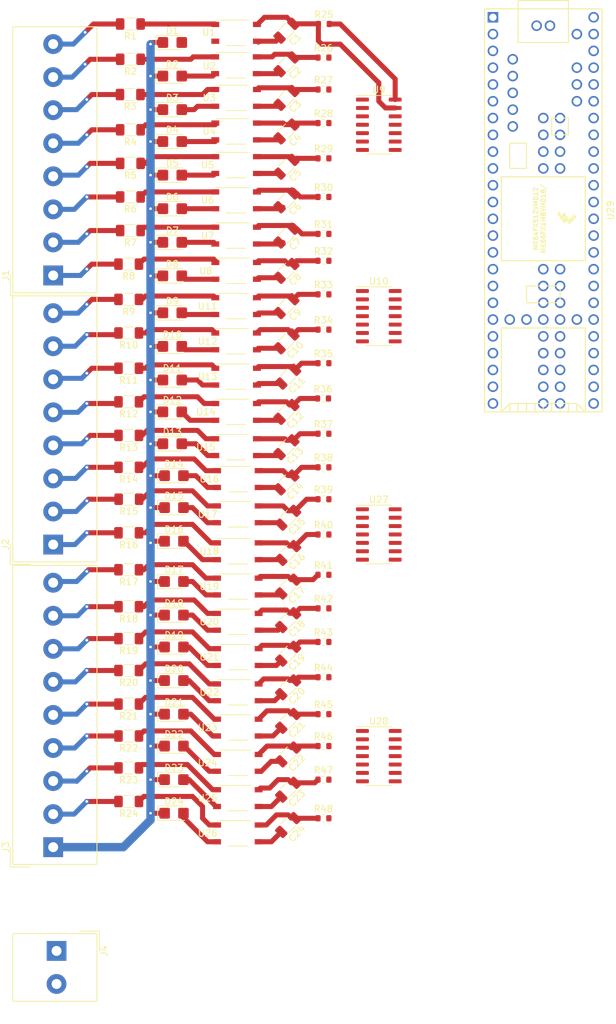
<source format=kicad_pcb>
(kicad_pcb (version 20171130) (host pcbnew "(5.1.7)-1")
  (layers (0 F.Cu signal) (31 B.Cu signal) (34 B.Paste user) (35 F.Paste user) (36 B.SilkS user) (37 F.SilkS user) (38 B.Mask user) (39 F.Mask user) (44 Edge.Cuts user))
  (net 0 "")
  (net 1 IN23)
  (net 2 IN22)
  (net 3 IN21)
  (net 4 IN20)
  (net 5 IN19)
  (net 6 IN18)
  (net 7 IN17)
  (net 8 IN16)
  (net 9 IN15)
  (net 10 IN14)
  (net 11 IN13)
  (net 12 IN12)
  (net 13 IN11)
  (net 14 IN10)
  (net 15 IN9)
  (net 16 IN8)
  (net 17 IN7)
  (net 18 IN6)
  (net 19 IN5)
  (net 20 IN4)
  (net 21 IN3)
  (net 22 IN2)
  (net 23 IN1)
  (net 24 IN0)
  (net 25 "Net-(R1-Pad1)")
  (net 26 "Net-(D1-Pad2)")
  (net 27 "Net-(C1-Pad1)")
  (net 28 1M)
  (net 29 AA23)
  (net 30 "Net-(C2-Pad1)")
  (net 31 "Net-(D2-Pad2)")
  (net 32 "Net-(R3-Pad1)")
  (net 33 "Net-(C3-Pad1)")
  (net 34 "Net-(C4-Pad1)")
  (net 35 "Net-(C5-Pad1)")
  (net 36 "Net-(C6-Pad1)")
  (net 37 "Net-(C7-Pad1)")
  (net 38 "Net-(C8-Pad1)")
  (net 39 "Net-(C9-Pad1)")
  (net 40 "Net-(C10-Pad1)")
  (net 41 "Net-(C11-Pad1)")
  (net 42 "Net-(C12-Pad1)")
  (net 43 "Net-(C13-Pad1)")
  (net 44 "Net-(C14-Pad1)")
  (net 45 "Net-(C15-Pad1)")
  (net 46 "Net-(C16-Pad1)")
  (net 47 "Net-(C17-Pad1)")
  (net 48 "Net-(C18-Pad1)")
  (net 49 "Net-(C19-Pad1)")
  (net 50 "Net-(C20-Pad1)")
  (net 51 "Net-(C21-Pad1)")
  (net 52 "Net-(C22-Pad1)")
  (net 53 "Net-(C23-Pad1)")
  (net 54 "Net-(C24-Pad1)")
  (net 55 "Net-(D3-Pad2)")
  (net 56 "Net-(D4-Pad2)")
  (net 57 "Net-(D5-Pad2)")
  (net 58 "Net-(D6-Pad2)")
  (net 59 "Net-(D7-Pad2)")
  (net 60 "Net-(D8-Pad2)")
  (net 61 "Net-(D9-Pad2)")
  (net 62 "Net-(D10-Pad2)")
  (net 63 "Net-(D11-Pad2)")
  (net 64 "Net-(D12-Pad2)")
  (net 65 "Net-(D13-Pad2)")
  (net 66 "Net-(D14-Pad2)")
  (net 67 "Net-(D15-Pad2)")
  (net 68 "Net-(D16-Pad2)")
  (net 69 "Net-(D17-Pad2)")
  (net 70 "Net-(D18-Pad2)")
  (net 71 "Net-(D19-Pad2)")
  (net 72 "Net-(D20-Pad2)")
  (net 73 "Net-(D21-Pad2)")
  (net 74 "Net-(D22-Pad2)")
  (net 75 "Net-(D23-Pad2)")
  (net 76 "Net-(D24-Pad2)")
  (net 77 5V)
  (net 78 "Net-(R5-Pad1)")
  (net 79 "Net-(R6-Pad1)")
  (net 80 "Net-(R7-Pad1)")
  (net 81 "Net-(R8-Pad1)")
  (net 82 "Net-(R9-Pad1)")
  (net 83 "Net-(R10-Pad1)")
  (net 84 "Net-(R17-Pad1)")
  (net 85 "Net-(R18-Pad1)")
  (net 86 "Net-(R19-Pad1)")
  (net 87 "Net-(R20-Pad1)")
  (net 88 "Net-(R21-Pad1)")
  (net 89 "Net-(R22-Pad1)")
  (net 90 "Net-(R23-Pad1)")
  (net 91 "Net-(R24-Pad1)")
  (net 92 AA22)
  (net 93 AA21)
  (net 94 AA20)
  (net 95 AA19)
  (net 96 AA18)
  (net 97 AA17)
  (net 98 AA16)
  (net 99 AA15)
  (net 100 AA14)
  (net 101 AA13)
  (net 102 AA12)
  (net 103 AA11)
  (net 104 AA10)
  (net 105 AA9)
  (net 106 AA8)
  (net 107 AA7)
  (net 108 AA6)
  (net 109 AA5)
  (net 110 AA4)
  (net 111 AA3)
  (net 112 AA2)
  (net 113 AA1)
  (net 114 AA0)
  (net 115 "Net-(U29-Pad87)")
  (net 116 "Net-(U29-Pad88)")
  (net 117 "Net-(U29-Pad86)")
  (net 118 "Net-(U29-Pad85)")
  (net 119 "Net-(U29-Pad84)")
  (net 120 "Net-(U29-Pad83)")
  (net 121 "Net-(U29-Pad66)")
  (net 122 "Net-(U29-Pad65)")
  (net 123 "Net-(U29-Pad63)")
  (net 124 "Net-(U29-Pad64)")
  (net 125 "Net-(U29-Pad67)")
  (net 126 "Net-(U29-Pad82)")
  (net 127 "Net-(U29-Pad68)")
  (net 128 "Net-(U29-Pad81)")
  (net 129 "Net-(U29-Pad69)")
  (net 130 "Net-(U29-Pad80)")
  (net 131 "Net-(U29-Pad75)")
  (net 132 "Net-(U29-Pad70)")
  (net 133 "Net-(U29-Pad71)")
  (net 134 "Net-(U29-Pad72)")
  (net 135 "Net-(U29-Pad73)")
  (net 136 "Net-(U29-Pad76)")
  (net 137 "Net-(U29-Pad77)")
  (net 138 "Net-(U29-Pad78)")
  (net 139 "Net-(U29-Pad79)")
  (net 140 "Net-(U29-Pad60)")
  (net 141 "Net-(U29-Pad59)")
  (net 142 "Net-(U29-Pad58)")
  (net 143 "Net-(U29-Pad57)")
  (net 144 "Net-(U29-Pad56)")
  (net 145 "Net-(U29-Pad55)")
  (net 146 "Net-(U29-Pad54)")
  (net 147 "Net-(U29-Pad52)")
  (net 148 "Net-(U29-Pad51)")
  (net 149 "Net-(U29-Pad50)")
  (net 150 "Net-(U29-Pad49)")
  (net 151 "Net-(U29-Pad48)")
  (net 152 "Net-(U29-Pad47)")
  (net 153 "Net-(U29-Pad46)")
  (net 154 "Net-(U29-Pad45)")
  (net 155 "Net-(U29-Pad44)")
  (net 156 "Net-(U29-Pad43)")
  (net 157 "Net-(U29-Pad42)")
  (net 158 "Net-(U29-Pad41)")
  (net 159 "Net-(U29-Pad40)")
  (net 160 "Net-(U29-Pad38)")
  (net 161 "Net-(U29-Pad2)")
  (net 162 "Net-(U29-Pad3)")
  (net 163 "Net-(U29-Pad4)")
  (net 164 "Net-(U29-Pad5)")
  (net 165 "Net-(U29-Pad6)")
  (net 166 "Net-(U29-Pad7)")
  (net 167 "Net-(U29-Pad8)")
  (net 168 "Net-(U29-Pad9)")
  (net 169 "Net-(U29-Pad10)")
  (net 170 "Net-(U29-Pad11)")
  (net 171 "Net-(U29-Pad12)")
  (net 172 "Net-(U29-Pad13)")
  (net 173 "Net-(U29-Pad37)")
  (net 174 "Net-(U29-Pad36)")
  (net 175 "Net-(U29-Pad35)")
  (net 176 "Net-(U29-Pad34)")
  (net 177 "Net-(U29-Pad33)")
  (net 178 "Net-(U29-Pad32)")
  (net 179 "Net-(U29-Pad31)")
  (net 180 "Net-(U29-Pad30)")
  (net 181 "Net-(U29-Pad29)")
  (net 182 "Net-(U29-Pad28)")
  (net 183 "Net-(U29-Pad26)")
  (net 184 "Net-(U29-Pad25)")
  (net 185 "Net-(U29-Pad24)")
  (net 186 "Net-(U29-Pad23)")
  (net 187 "Net-(U29-Pad22)")
  (net 188 "Net-(U29-Pad21)")
  (net 189 "Net-(U29-Pad14)")
  (net 190 "Net-(U29-Pad15)")
  (net 191 "Net-(U29-Pad16)")
  (net 192 "Net-(U29-Pad20)")
  (net 193 "Net-(U29-Pad19)")
  (net 194 "Net-(U29-Pad18)")
  (net 195 "Net-(U29-Pad17)")
  (net 196 GND)
  (net 197 +24V)
  (net 198 "Net-(R2-Pad1)")
  (net 199 "Net-(R4-Pad1)")
  (net 200 "Net-(R11-Pad1)")
  (net 201 "Net-(R12-Pad1)")
  (net 202 "Net-(R13-Pad1)")
  (net 203 "Net-(R14-Pad1)")
  (net 204 "Net-(R15-Pad1)")
  (net 205 "Net-(R16-Pad1)")
  (module Package_SO:SOIC-14_3.9x8.7mm_P1.27mm (layer F.Cu) (at 74.168 66.548)
    (fp_text reference U10 (at 0 -5.28) (layer F.SilkS))
    (fp_text value 74HC14)
    (pad 14 smd roundrect (at 2.475 -3.81) (size 1.95 0.6) (layers F.Cu F.Paste F.Mask) (net 77 5V))
    (pad 13 smd roundrect (at 2.475 -2.54) (size 1.95 0.6) (layers F.Cu F.Paste F.Mask) (net 37 "Net-(C7-Pad1)"))
    (pad 12 smd roundrect (at 2.475 -1.27) (size 1.95 0.6) (layers F.Cu F.Paste F.Mask) (net 97 AA17))
    (pad 11 smd roundrect (at 2.475 0) (size 1.95 0.6) (layers F.Cu F.Paste F.Mask) (net 38 "Net-(C8-Pad1)"))
    (pad 10 smd roundrect (at 2.475 1.27) (size 1.95 0.6) (layers F.Cu F.Paste F.Mask) (net 98 AA16))
    (pad 9 smd roundrect (at 2.475 2.54) (size 1.95 0.6) (layers F.Cu F.Paste F.Mask) (net 39 "Net-(C9-Pad1)"))
    (pad 8 smd roundrect (at 2.475 3.81) (size 1.95 0.6) (layers F.Cu F.Paste F.Mask) (net 99 AA15))
    (pad 7 smd roundrect (at -2.475 3.81) (size 1.95 0.6) (layers F.Cu F.Paste F.Mask) (net 196 GND))
    (pad 6 smd roundrect (at -2.475 2.54) (size 1.95 0.6) (layers F.Cu F.Paste F.Mask) (net 100 AA14))
    (pad 5 smd roundrect (at -2.475 1.27) (size 1.95 0.6) (layers F.Cu F.Paste F.Mask) (net 40 "Net-(C10-Pad1)"))
    (pad 4 smd roundrect (at -2.475 0) (size 1.95 0.6) (layers F.Cu F.Paste F.Mask) (net 101 AA13))
    (pad 3 smd roundrect (at -2.475 -1.27) (size 1.95 0.6) (layers F.Cu F.Paste F.Mask) (net 41 "Net-(C11-Pad1)"))
    (pad 2 smd roundrect (at -2.475 -2.54) (size 1.95 0.6) (layers F.Cu F.Paste F.Mask) (net 102 AA12))
    (pad 1 smd roundrect (at -2.475 -3.81) (size 1.95 0.6) (layers F.Cu F.Paste F.Mask) (net 42 "Net-(C12-Pad1)"))
  )
  (module TerminalBlock_Altech:Altech_AK300_1x08_P5.00mm_45-Degree (layer F.Cu) (at 24.892 60.3885 90)
    (fp_text reference J1 (at 0 -7.2 90) (layer F.SilkS))
    (fp_text value Screw_Terminal_01x08)
    (pad 8 thru_hole circle (at 35 0 90) (size 3 3) (drill 1.5) (layers *.Cu *.Mask) (net 1 IN23))
    (pad 7 thru_hole circle (at 30 0 90) (size 3 3) (drill 1.5) (layers *.Cu *.Mask) (net 2 IN22))
    (pad 6 thru_hole circle (at 25 0 90) (size 3 3) (drill 1.5) (layers *.Cu *.Mask) (net 3 IN21))
    (pad 5 thru_hole circle (at 20 0 90) (size 3 3) (drill 1.5) (layers *.Cu *.Mask) (net 4 IN20))
    (pad 4 thru_hole circle (at 15 0 90) (size 3 3) (drill 1.5) (layers *.Cu *.Mask) (net 5 IN19))
    (pad 3 thru_hole circle (at 10 0 90) (size 3 3) (drill 1.5) (layers *.Cu *.Mask) (net 6 IN18))
    (pad 2 thru_hole circle (at 5 0 90) (size 3 3) (drill 1.5) (layers *.Cu *.Mask) (net 7 IN17))
    (pad 1 thru_hole rect (at 0 0 90) (size 3 3) (drill 1.5) (layers *.Cu *.Mask) (net 8 IN16))
  )
  (module TerminalBlock_Altech:Altech_AK300_1x09_P5.00mm_45-Degree (layer F.Cu) (at 24.892 146.866 90)
    (fp_text reference J3 (at 0 -7.2 90) (layer F.SilkS))
    (fp_text value Screw_Terminal_01x09)
    (pad 9 thru_hole circle (at 40 0 90) (size 3 3) (drill 1.5) (layers *.Cu *.Mask) (net 17 IN7))
    (pad 8 thru_hole circle (at 35 0 90) (size 3 3) (drill 1.5) (layers *.Cu *.Mask) (net 18 IN6))
    (pad 7 thru_hole circle (at 30 0 90) (size 3 3) (drill 1.5) (layers *.Cu *.Mask) (net 19 IN5))
    (pad 6 thru_hole circle (at 25 0 90) (size 3 3) (drill 1.5) (layers *.Cu *.Mask) (net 20 IN4))
    (pad 5 thru_hole circle (at 20 0 90) (size 3 3) (drill 1.5) (layers *.Cu *.Mask) (net 21 IN3))
    (pad 4 thru_hole circle (at 15 0 90) (size 3 3) (drill 1.5) (layers *.Cu *.Mask) (net 22 IN2))
    (pad 3 thru_hole circle (at 10 0 90) (size 3 3) (drill 1.5) (layers *.Cu *.Mask) (net 23 IN1))
    (pad 2 thru_hole circle (at 5 0 90) (size 3 3) (drill 1.5) (layers *.Cu *.Mask) (net 24 IN0))
    (pad 1 thru_hole rect (at 0 0 90) (size 3 3) (drill 1.5) (layers *.Cu *.Mask) (net 28 1M))
  )
  (module TerminalBlock_Altech:Altech_AK300_1x02_P5.00mm_45-Degree (layer F.Cu) (at 25.4 162.56 270)
    (fp_text reference J4 (at 0 -7.2 90) (layer F.SilkS))
    (fp_text value Screw_Terminal_01x02)
    (pad 2 thru_hole circle (at 5 0 270) (size 3 3) (drill 1.5) (layers *.Cu *.Mask) (net 197 +24V))
    (pad 1 thru_hole rect (at 0 0 270) (size 3 3) (drill 1.5) (layers *.Cu *.Mask) (net 196 GND))
  )
  (module Resistor_SMD:R_0603_1608Metric (layer F.Cu) (at 65.786 89.408)
    (fp_text reference R38 (at 0 -1.43) (layer F.SilkS))
    (fp_text value 10K)
    (pad 2 smd roundrect (at 0.825 0) (size 0.8 0.95) (layers F.Cu F.Paste F.Mask) (net 77 5V))
    (pad 1 smd roundrect (at -0.825 0) (size 0.8 0.95) (layers F.Cu F.Paste F.Mask) (net 44 "Net-(C14-Pad1)"))
  )
  (module Package_SO:SOIC-14_3.9x8.7mm_P1.27mm (layer F.Cu) (at 74.168 37.592)
    (fp_text reference U9 (at 0 -5.28) (layer F.SilkS))
    (fp_text value 74HC14)
    (pad 14 smd roundrect (at 2.475 -3.81) (size 1.95 0.6) (layers F.Cu F.Paste F.Mask) (net 77 5V))
    (pad 13 smd roundrect (at 2.475 -2.54) (size 1.95 0.6) (layers F.Cu F.Paste F.Mask) (net 27 "Net-(C1-Pad1)"))
    (pad 12 smd roundrect (at 2.475 -1.27) (size 1.95 0.6) (layers F.Cu F.Paste F.Mask) (net 29 AA23))
    (pad 11 smd roundrect (at 2.475 0) (size 1.95 0.6) (layers F.Cu F.Paste F.Mask) (net 30 "Net-(C2-Pad1)"))
    (pad 10 smd roundrect (at 2.475 1.27) (size 1.95 0.6) (layers F.Cu F.Paste F.Mask) (net 92 AA22))
    (pad 9 smd roundrect (at 2.475 2.54) (size 1.95 0.6) (layers F.Cu F.Paste F.Mask) (net 33 "Net-(C3-Pad1)"))
    (pad 8 smd roundrect (at 2.475 3.81) (size 1.95 0.6) (layers F.Cu F.Paste F.Mask) (net 93 AA21))
    (pad 7 smd roundrect (at -2.475 3.81) (size 1.95 0.6) (layers F.Cu F.Paste F.Mask) (net 196 GND))
    (pad 6 smd roundrect (at -2.475 2.54) (size 1.95 0.6) (layers F.Cu F.Paste F.Mask) (net 94 AA20))
    (pad 5 smd roundrect (at -2.475 1.27) (size 1.95 0.6) (layers F.Cu F.Paste F.Mask) (net 34 "Net-(C4-Pad1)"))
    (pad 4 smd roundrect (at -2.475 0) (size 1.95 0.6) (layers F.Cu F.Paste F.Mask) (net 95 AA19))
    (pad 3 smd roundrect (at -2.475 -1.27) (size 1.95 0.6) (layers F.Cu F.Paste F.Mask) (net 35 "Net-(C5-Pad1)"))
    (pad 2 smd roundrect (at -2.475 -2.54) (size 1.95 0.6) (layers F.Cu F.Paste F.Mask) (net 96 AA18))
    (pad 1 smd roundrect (at -2.475 -3.81) (size 1.95 0.6) (layers F.Cu F.Paste F.Mask) (net 36 "Net-(C6-Pad1)"))
  )
  (module Resistor_SMD:R_0603_1608Metric (layer F.Cu) (at 65.786 115.824)
    (fp_text reference R43 (at 0 -1.43) (layer F.SilkS))
    (fp_text value 10K)
    (pad 2 smd roundrect (at 0.825 0) (size 0.8 0.95) (layers F.Cu F.Paste F.Mask) (net 77 5V))
    (pad 1 smd roundrect (at -0.825 0) (size 0.8 0.95) (layers F.Cu F.Paste F.Mask) (net 49 "Net-(C19-Pad1)"))
  )
  (module Resistor_SMD:R_1206_3216Metric_Pad1.30x1.75mm_HandSolder (layer F.Cu) (at 36.322 110.49 180)
    (fp_text reference R18 (at 0 -1.82) (layer F.SilkS))
    (fp_text value 20k)
    (pad 2 smd roundrect (at 1.55 0 180) (size 1.3 1.75) (layers F.Cu F.Paste F.Mask) (roundrect_rratio 0.192308) (net 18 IN6))
    (pad 1 smd roundrect (at -1.55 0 180) (size 1.3 1.75) (layers F.Cu F.Paste F.Mask) (roundrect_rratio 0.192308) (net 85 "Net-(R18-Pad1)"))
  )
  (module Resistor_SMD:R_0603_1608Metric (layer F.Cu) (at 65.786 142.494)
    (fp_text reference R48 (at 0 -1.43) (layer F.SilkS))
    (fp_text value 10K)
    (pad 2 smd roundrect (at 0.825 0) (size 0.8 0.95) (layers F.Cu F.Paste F.Mask) (net 77 5V))
    (pad 1 smd roundrect (at -0.825 0) (size 0.8 0.95) (layers F.Cu F.Paste F.Mask) (net 54 "Net-(C24-Pad1)"))
  )
  (module Resistor_SMD:R_0603_1608Metric (layer F.Cu) (at 65.786 48.514)
    (fp_text reference R30 (at 0 -1.43) (layer F.SilkS))
    (fp_text value 10K)
    (pad 2 smd roundrect (at 0.825 0) (size 0.8 0.95) (layers F.Cu F.Paste F.Mask) (net 77 5V))
    (pad 1 smd roundrect (at -0.825 0) (size 0.8 0.95) (layers F.Cu F.Paste F.Mask) (net 36 "Net-(C6-Pad1)"))
  )
  (module Resistor_SMD:R_0603_1608Metric (layer F.Cu) (at 65.786 136.652)
    (fp_text reference R47 (at 0 -1.43) (layer F.SilkS))
    (fp_text value 10K)
    (pad 2 smd roundrect (at 0.825 0) (size 0.8 0.95) (layers F.Cu F.Paste F.Mask) (net 77 5V))
    (pad 1 smd roundrect (at -0.825 0) (size 0.8 0.95) (layers F.Cu F.Paste F.Mask) (net 53 "Net-(C23-Pad1)"))
  )
  (module Resistor_SMD:R_1206_3216Metric_Pad1.30x1.75mm_HandSolder (layer F.Cu) (at 36.322 139.954 180)
    (fp_text reference R24 (at 0 -1.82) (layer F.SilkS))
    (fp_text value 20k)
    (pad 2 smd roundrect (at 1.55 0 180) (size 1.3 1.75) (layers F.Cu F.Paste F.Mask) (roundrect_rratio 0.192308) (net 24 IN0))
    (pad 1 smd roundrect (at -1.55 0 180) (size 1.3 1.75) (layers F.Cu F.Paste F.Mask) (roundrect_rratio 0.192308) (net 91 "Net-(R24-Pad1)"))
  )
  (module Resistor_SMD:R_0603_1608Metric (layer F.Cu) (at 65.786 73.66)
    (fp_text reference R35 (at 0 -1.43) (layer F.SilkS))
    (fp_text value 10K)
    (pad 2 smd roundrect (at 0.825 0) (size 0.8 0.95) (layers F.Cu F.Paste F.Mask) (net 77 5V))
    (pad 1 smd roundrect (at -0.825 0) (size 0.8 0.95) (layers F.Cu F.Paste F.Mask) (net 41 "Net-(C11-Pad1)"))
  )
  (module Resistor_SMD:R_1206_3216Metric_Pad1.30x1.75mm_HandSolder (layer F.Cu) (at 36.322 69.088 180)
    (fp_text reference R10 (at 0 -1.82) (layer F.SilkS))
    (fp_text value 20k)
    (pad 2 smd roundrect (at 1.55 0 180) (size 1.3 1.75) (layers F.Cu F.Paste F.Mask) (roundrect_rratio 0.192308) (net 10 IN14))
    (pad 1 smd roundrect (at -1.55 0 180) (size 1.3 1.75) (layers F.Cu F.Paste F.Mask) (roundrect_rratio 0.192308) (net 83 "Net-(R10-Pad1)"))
  )
  (module Resistor_SMD:R_1206_3216Metric_Pad1.30x1.75mm_HandSolder (layer F.Cu) (at 36.322 134.874 180)
    (fp_text reference R23 (at 0 -1.82) (layer F.SilkS))
    (fp_text value 20k)
    (pad 2 smd roundrect (at 1.55 0 180) (size 1.3 1.75) (layers F.Cu F.Paste F.Mask) (roundrect_rratio 0.192308) (net 23 IN1))
    (pad 1 smd roundrect (at -1.55 0 180) (size 1.3 1.75) (layers F.Cu F.Paste F.Mask) (roundrect_rratio 0.192308) (net 90 "Net-(R23-Pad1)"))
  )
  (module Resistor_SMD:R_0603_1608Metric (layer F.Cu) (at 65.786 105.664)
    (fp_text reference R41 (at 0 -1.43) (layer F.SilkS))
    (fp_text value 10K)
    (pad 2 smd roundrect (at 0.825 0) (size 0.8 0.95) (layers F.Cu F.Paste F.Mask) (net 77 5V))
    (pad 1 smd roundrect (at -0.825 0) (size 0.8 0.95) (layers F.Cu F.Paste F.Mask) (net 47 "Net-(C17-Pad1)"))
  )
  (module Resistor_SMD:R_0603_1608Metric (layer F.Cu) (at 65.786 94.234)
    (fp_text reference R39 (at 0 -1.43) (layer F.SilkS))
    (fp_text value 10K)
    (pad 2 smd roundrect (at 0.825 0) (size 0.8 0.95) (layers F.Cu F.Paste F.Mask) (net 77 5V))
    (pad 1 smd roundrect (at -0.825 0) (size 0.8 0.95) (layers F.Cu F.Paste F.Mask) (net 45 "Net-(C15-Pad1)"))
  )
  (module Resistor_SMD:R_0603_1608Metric (layer F.Cu) (at 65.786 84.328)
    (fp_text reference R37 (at 0 -1.43) (layer F.SilkS))
    (fp_text value 10K)
    (pad 2 smd roundrect (at 0.825 0) (size 0.8 0.95) (layers F.Cu F.Paste F.Mask) (net 77 5V))
    (pad 1 smd roundrect (at -0.825 0) (size 0.8 0.95) (layers F.Cu F.Paste F.Mask) (net 43 "Net-(C13-Pad1)"))
  )
  (module Resistor_SMD:R_0603_1608Metric (layer F.Cu) (at 65.786 99.568)
    (fp_text reference R40 (at 0 -1.43) (layer F.SilkS))
    (fp_text value 10K)
    (pad 2 smd roundrect (at 0.825 0) (size 0.8 0.95) (layers F.Cu F.Paste F.Mask) (net 77 5V))
    (pad 1 smd roundrect (at -0.825 0) (size 0.8 0.95) (layers F.Cu F.Paste F.Mask) (net 46 "Net-(C16-Pad1)"))
  )
  (module Resistor_SMD:R_1206_3216Metric_Pad1.30x1.75mm_HandSolder (layer F.Cu) (at 36.322 120.142 180)
    (fp_text reference R20 (at 0 -1.82) (layer F.SilkS))
    (fp_text value 20k)
    (pad 2 smd roundrect (at 1.55 0 180) (size 1.3 1.75) (layers F.Cu F.Paste F.Mask) (roundrect_rratio 0.192308) (net 20 IN4))
    (pad 1 smd roundrect (at -1.55 0 180) (size 1.3 1.75) (layers F.Cu F.Paste F.Mask) (roundrect_rratio 0.192308) (net 87 "Net-(R20-Pad1)"))
  )
  (module Resistor_SMD:R_0603_1608Metric (layer F.Cu) (at 65.786 121.158)
    (fp_text reference R44 (at 0 -1.43) (layer F.SilkS))
    (fp_text value 10K)
    (pad 2 smd roundrect (at 0.825 0) (size 0.8 0.95) (layers F.Cu F.Paste F.Mask) (net 77 5V))
    (pad 1 smd roundrect (at -0.825 0) (size 0.8 0.95) (layers F.Cu F.Paste F.Mask) (net 50 "Net-(C20-Pad1)"))
  )
  (module Resistor_SMD:R_1206_3216Metric_Pad1.30x1.75mm_HandSolder (layer F.Cu) (at 36.322 115.316 180)
    (fp_text reference R19 (at 0 -1.82) (layer F.SilkS))
    (fp_text value 20k)
    (pad 2 smd roundrect (at 1.55 0 180) (size 1.3 1.75) (layers F.Cu F.Paste F.Mask) (roundrect_rratio 0.192308) (net 19 IN5))
    (pad 1 smd roundrect (at -1.55 0 180) (size 1.3 1.75) (layers F.Cu F.Paste F.Mask) (roundrect_rratio 0.192308) (net 86 "Net-(R19-Pad1)"))
  )
  (module Resistor_SMD:R_1206_3216Metric_Pad1.30x1.75mm_HandSolder (layer F.Cu) (at 36.322 99.314 180)
    (fp_text reference R16 (at 0 -1.82) (layer F.SilkS))
    (fp_text value 20k)
    (pad 2 smd roundrect (at 1.55 0 180) (size 1.3 1.75) (layers F.Cu F.Paste F.Mask) (roundrect_rratio 0.192308) (net 16 IN8))
    (pad 1 smd roundrect (at -1.55 0 180) (size 1.3 1.75) (layers F.Cu F.Paste F.Mask) (roundrect_rratio 0.192308) (net 205 "Net-(R16-Pad1)"))
  )
  (module Resistor_SMD:R_1206_3216Metric_Pad1.30x1.75mm_HandSolder (layer F.Cu) (at 36.322 89.408 180)
    (fp_text reference R14 (at 0 -1.82) (layer F.SilkS))
    (fp_text value 20k)
    (pad 2 smd roundrect (at 1.55 0 180) (size 1.3 1.75) (layers F.Cu F.Paste F.Mask) (roundrect_rratio 0.192308) (net 14 IN10))
    (pad 1 smd roundrect (at -1.55 0 180) (size 1.3 1.75) (layers F.Cu F.Paste F.Mask) (roundrect_rratio 0.192308) (net 203 "Net-(R14-Pad1)"))
  )
  (module Resistor_SMD:R_1206_3216Metric_Pad1.30x1.75mm_HandSolder (layer F.Cu) (at 36.322 84.582 180)
    (fp_text reference R13 (at 0 -1.82) (layer F.SilkS))
    (fp_text value 20k)
    (pad 2 smd roundrect (at 1.55 0 180) (size 1.3 1.75) (layers F.Cu F.Paste F.Mask) (roundrect_rratio 0.192308) (net 13 IN11))
    (pad 1 smd roundrect (at -1.55 0 180) (size 1.3 1.75) (layers F.Cu F.Paste F.Mask) (roundrect_rratio 0.192308) (net 202 "Net-(R13-Pad1)"))
  )
  (module Resistor_SMD:R_1206_3216Metric_Pad1.30x1.75mm_HandSolder (layer F.Cu) (at 36.322 79.502 180)
    (fp_text reference R12 (at 0 -1.82) (layer F.SilkS))
    (fp_text value 20k)
    (pad 2 smd roundrect (at 1.55 0 180) (size 1.3 1.75) (layers F.Cu F.Paste F.Mask) (roundrect_rratio 0.192308) (net 12 IN12))
    (pad 1 smd roundrect (at -1.55 0 180) (size 1.3 1.75) (layers F.Cu F.Paste F.Mask) (roundrect_rratio 0.192308) (net 201 "Net-(R12-Pad1)"))
  )
  (module Resistor_SMD:R_1206_3216Metric_Pad1.30x1.75mm_HandSolder (layer F.Cu) (at 36.322 64.008 180)
    (fp_text reference R9 (at 0 -1.82) (layer F.SilkS))
    (fp_text value 20k)
    (pad 2 smd roundrect (at 1.55 0 180) (size 1.3 1.75) (layers F.Cu F.Paste F.Mask) (roundrect_rratio 0.192308) (net 9 IN15))
    (pad 1 smd roundrect (at -1.55 0 180) (size 1.3 1.75) (layers F.Cu F.Paste F.Mask) (roundrect_rratio 0.192308) (net 82 "Net-(R9-Pad1)"))
  )
  (module Resistor_SMD:R_1206_3216Metric_Pad1.30x1.75mm_HandSolder (layer F.Cu) (at 36.348 94.234 180)
    (fp_text reference R15 (at 0 -1.82) (layer F.SilkS))
    (fp_text value 20k)
    (pad 2 smd roundrect (at 1.55 0 180) (size 1.3 1.75) (layers F.Cu F.Paste F.Mask) (roundrect_rratio 0.192308) (net 15 IN9))
    (pad 1 smd roundrect (at -1.55 0 180) (size 1.3 1.75) (layers F.Cu F.Paste F.Mask) (roundrect_rratio 0.192308) (net 204 "Net-(R15-Pad1)"))
  )
  (module Resistor_SMD:R_1206_3216Metric_Pad1.30x1.75mm_HandSolder (layer F.Cu) (at 36.322 104.902 180)
    (fp_text reference R17 (at 0 -1.82) (layer F.SilkS))
    (fp_text value 20k)
    (pad 2 smd roundrect (at 1.55 0 180) (size 1.3 1.75) (layers F.Cu F.Paste F.Mask) (roundrect_rratio 0.192308) (net 17 IN7))
    (pad 1 smd roundrect (at -1.55 0 180) (size 1.3 1.75) (layers F.Cu F.Paste F.Mask) (roundrect_rratio 0.192308) (net 84 "Net-(R17-Pad1)"))
  )
  (module Resistor_SMD:R_0603_1608Metric (layer F.Cu) (at 65.786 58.166)
    (fp_text reference R32 (at 0 -1.43) (layer F.SilkS))
    (fp_text value 10K)
    (pad 2 smd roundrect (at 0.825 0) (size 0.8 0.95) (layers F.Cu F.Paste F.Mask) (net 77 5V))
    (pad 1 smd roundrect (at -0.825 0) (size 0.8 0.95) (layers F.Cu F.Paste F.Mask) (net 38 "Net-(C8-Pad1)"))
  )
  (module Resistor_SMD:R_0603_1608Metric (layer F.Cu) (at 65.786 126.746)
    (fp_text reference R45 (at 0 -1.43) (layer F.SilkS))
    (fp_text value 10K)
    (pad 2 smd roundrect (at 0.825 0) (size 0.8 0.95) (layers F.Cu F.Paste F.Mask) (net 77 5V))
    (pad 1 smd roundrect (at -0.825 0) (size 0.8 0.95) (layers F.Cu F.Paste F.Mask) (net 51 "Net-(C21-Pad1)"))
  )
  (module Resistor_SMD:R_0603_1608Metric (layer F.Cu) (at 65.786 131.572)
    (fp_text reference R46 (at 0 -1.43) (layer F.SilkS))
    (fp_text value 10K)
    (pad 2 smd roundrect (at 0.825 0) (size 0.8 0.95) (layers F.Cu F.Paste F.Mask) (net 77 5V))
    (pad 1 smd roundrect (at -0.825 0) (size 0.8 0.95) (layers F.Cu F.Paste F.Mask) (net 52 "Net-(C22-Pad1)"))
  )
  (module Resistor_SMD:R_0603_1608Metric (layer F.Cu) (at 65.786 110.744)
    (fp_text reference R42 (at 0 -1.43) (layer F.SilkS))
    (fp_text value 10K)
    (pad 2 smd roundrect (at 0.825 0) (size 0.8 0.95) (layers F.Cu F.Paste F.Mask) (net 77 5V))
    (pad 1 smd roundrect (at -0.825 0) (size 0.8 0.95) (layers F.Cu F.Paste F.Mask) (net 48 "Net-(C18-Pad1)"))
  )
  (module Resistor_SMD:R_0603_1608Metric (layer F.Cu) (at 65.723 78.994)
    (fp_text reference R36 (at 0 -1.43) (layer F.SilkS))
    (fp_text value 10K)
    (pad 2 smd roundrect (at 0.825 0) (size 0.8 0.95) (layers F.Cu F.Paste F.Mask) (net 77 5V))
    (pad 1 smd roundrect (at -0.825 0) (size 0.8 0.95) (layers F.Cu F.Paste F.Mask) (net 42 "Net-(C12-Pad1)"))
  )
  (module Resistor_SMD:R_0603_1608Metric (layer F.Cu) (at 65.786 68.58)
    (fp_text reference R34 (at 0 -1.43) (layer F.SilkS))
    (fp_text value 10K)
    (pad 2 smd roundrect (at 0.825 0) (size 0.8 0.95) (layers F.Cu F.Paste F.Mask) (net 77 5V))
    (pad 1 smd roundrect (at -0.825 0) (size 0.8 0.95) (layers F.Cu F.Paste F.Mask) (net 40 "Net-(C10-Pad1)"))
  )
  (module Resistor_SMD:R_0603_1608Metric (layer F.Cu) (at 65.786 63.246)
    (fp_text reference R33 (at 0 -1.43) (layer F.SilkS))
    (fp_text value 10K)
    (pad 2 smd roundrect (at 0.825 0) (size 0.8 0.95) (layers F.Cu F.Paste F.Mask) (net 77 5V))
    (pad 1 smd roundrect (at -0.825 0) (size 0.8 0.95) (layers F.Cu F.Paste F.Mask) (net 39 "Net-(C9-Pad1)"))
  )
  (module Resistor_SMD:R_1206_3216Metric_Pad1.30x1.75mm_HandSolder (layer F.Cu) (at 36.322 130.048 180)
    (fp_text reference R22 (at 0 -1.82) (layer F.SilkS))
    (fp_text value 20k)
    (pad 2 smd roundrect (at 1.55 0 180) (size 1.3 1.75) (layers F.Cu F.Paste F.Mask) (roundrect_rratio 0.192308) (net 22 IN2))
    (pad 1 smd roundrect (at -1.55 0 180) (size 1.3 1.75) (layers F.Cu F.Paste F.Mask) (roundrect_rratio 0.192308) (net 89 "Net-(R22-Pad1)"))
  )
  (module Resistor_SMD:R_1206_3216Metric_Pad1.30x1.75mm_HandSolder (layer F.Cu) (at 36.322 125.222 180)
    (fp_text reference R21 (at 0 -1.82) (layer F.SilkS))
    (fp_text value 20k)
    (pad 2 smd roundrect (at 1.55 0 180) (size 1.3 1.75) (layers F.Cu F.Paste F.Mask) (roundrect_rratio 0.192308) (net 21 IN3))
    (pad 1 smd roundrect (at -1.55 0 180) (size 1.3 1.75) (layers F.Cu F.Paste F.Mask) (roundrect_rratio 0.192308) (net 88 "Net-(R21-Pad1)"))
  )
  (module Resistor_SMD:R_1206_3216Metric_Pad1.30x1.75mm_HandSolder (layer F.Cu) (at 36.322 74.422 180)
    (fp_text reference R11 (at 0 -1.82) (layer F.SilkS))
    (fp_text value 20k)
    (pad 2 smd roundrect (at 1.55 0 180) (size 1.3 1.75) (layers F.Cu F.Paste F.Mask) (roundrect_rratio 0.192308) (net 11 IN13))
    (pad 1 smd roundrect (at -1.55 0 180) (size 1.3 1.75) (layers F.Cu F.Paste F.Mask) (roundrect_rratio 0.192308) (net 200 "Net-(R11-Pad1)"))
  )
  (module Resistor_SMD:R_0603_1608Metric (layer F.Cu) (at 65.786 54.102)
    (fp_text reference R31 (at 0 -1.43) (layer F.SilkS))
    (fp_text value 10K)
    (pad 2 smd roundrect (at 0.825 0) (size 0.8 0.95) (layers F.Cu F.Paste F.Mask) (net 77 5V))
    (pad 1 smd roundrect (at -0.825 0) (size 0.8 0.95) (layers F.Cu F.Paste F.Mask) (net 37 "Net-(C7-Pad1)"))
  )
  (module Resistor_SMD:R_0603_1608Metric (layer F.Cu) (at 65.786 37.338)
    (fp_text reference R28 (at 0 -1.43) (layer F.SilkS))
    (fp_text value 10K)
    (pad 2 smd roundrect (at 0.825 0) (size 0.8 0.95) (layers F.Cu F.Paste F.Mask) (net 77 5V))
    (pad 1 smd roundrect (at -0.825 0) (size 0.8 0.95) (layers F.Cu F.Paste F.Mask) (net 34 "Net-(C4-Pad1)"))
  )
  (module Resistor_SMD:R_1206_3216Metric_Pad1.30x1.75mm_HandSolder (layer F.Cu) (at 36.576 53.594 180)
    (fp_text reference R7 (at 0 -1.82) (layer F.SilkS))
    (fp_text value 20k)
    (pad 2 smd roundrect (at 1.55 0 180) (size 1.3 1.75) (layers F.Cu F.Paste F.Mask) (roundrect_rratio 0.192308) (net 7 IN17))
    (pad 1 smd roundrect (at -1.55 0 180) (size 1.3 1.75) (layers F.Cu F.Paste F.Mask) (roundrect_rratio 0.192308) (net 80 "Net-(R7-Pad1)"))
  )
  (module Resistor_SMD:R_1206_3216Metric_Pad1.30x1.75mm_HandSolder (layer F.Cu) (at 36.576 48.514 180)
    (fp_text reference R6 (at 0 -1.82) (layer F.SilkS))
    (fp_text value 20k)
    (pad 2 smd roundrect (at 1.55 0 180) (size 1.3 1.75) (layers F.Cu F.Paste F.Mask) (roundrect_rratio 0.192308) (net 6 IN18))
    (pad 1 smd roundrect (at -1.55 0 180) (size 1.3 1.75) (layers F.Cu F.Paste F.Mask) (roundrect_rratio 0.192308) (net 79 "Net-(R6-Pad1)"))
  )
  (module Resistor_SMD:R_0603_1608Metric (layer F.Cu) (at 65.786 32.258)
    (fp_text reference R27 (at 0 -1.43) (layer F.SilkS))
    (fp_text value 10K)
    (pad 2 smd roundrect (at 0.825 0) (size 0.8 0.95) (layers F.Cu F.Paste F.Mask) (net 77 5V))
    (pad 1 smd roundrect (at -0.825 0) (size 0.8 0.95) (layers F.Cu F.Paste F.Mask) (net 33 "Net-(C3-Pad1)"))
  )
  (module Resistor_SMD:R_1206_3216Metric_Pad1.30x1.75mm_HandSolder (layer F.Cu) (at 36.576 43.434 180)
    (fp_text reference R5 (at 0 -1.82) (layer F.SilkS))
    (fp_text value 20k)
    (pad 2 smd roundrect (at 1.55 0 180) (size 1.3 1.75) (layers F.Cu F.Paste F.Mask) (roundrect_rratio 0.192308) (net 5 IN19))
    (pad 1 smd roundrect (at -1.55 0 180) (size 1.3 1.75) (layers F.Cu F.Paste F.Mask) (roundrect_rratio 0.192308) (net 78 "Net-(R5-Pad1)"))
  )
  (module Resistor_SMD:R_1206_3216Metric_Pad1.30x1.75mm_HandSolder (layer F.Cu) (at 36.576 38.354 180)
    (fp_text reference R4 (at 0 -1.82) (layer F.SilkS))
    (fp_text value 20k)
    (pad 2 smd roundrect (at 1.55 0 180) (size 1.3 1.75) (layers F.Cu F.Paste F.Mask) (roundrect_rratio 0.192308) (net 4 IN20))
    (pad 1 smd roundrect (at -1.55 0 180) (size 1.3 1.75) (layers F.Cu F.Paste F.Mask) (roundrect_rratio 0.192308) (net 199 "Net-(R4-Pad1)"))
  )
  (module Resistor_SMD:R_0603_1608Metric (layer F.Cu) (at 65.786 27.432)
    (fp_text reference R26 (at 0 -1.43) (layer F.SilkS))
    (fp_text value 10K)
    (pad 2 smd roundrect (at 0.825 0) (size 0.8 0.95) (layers F.Cu F.Paste F.Mask) (net 77 5V))
    (pad 1 smd roundrect (at -0.825 0) (size 0.8 0.95) (layers F.Cu F.Paste F.Mask) (net 30 "Net-(C2-Pad1)"))
  )
  (module Resistor_SMD:R_0603_1608Metric (layer F.Cu) (at 65.849 22.352)
    (fp_text reference R25 (at 0 -1.43) (layer F.SilkS))
    (fp_text value 10K)
    (pad 2 smd roundrect (at 0.825 0) (size 0.8 0.95) (layers F.Cu F.Paste F.Mask) (net 77 5V))
    (pad 1 smd roundrect (at -0.825 0) (size 0.8 0.95) (layers F.Cu F.Paste F.Mask) (net 27 "Net-(C1-Pad1)"))
  )
  (module LED_SMD:LED_1206_3216Metric_Castellated (layer F.Cu) (at 43.18 141.732)
    (fp_text reference D24 (at 0 -1.78) (layer F.SilkS))
    (fp_text value GREEN-LED)
    (pad 2 smd roundrect (at 1.425 0) (size 1.6 1.65) (layers F.Cu F.Paste F.Mask) (roundrect_rratio 0.15625) (net 76 "Net-(D24-Pad2)"))
    (pad 1 smd roundrect (at -1.425 0) (size 1.6 1.65) (layers F.Cu F.Paste F.Mask) (roundrect_rratio 0.15625) (net 28 1M))
  )
  (module LED_SMD:LED_1206_3216Metric_Castellated (layer F.Cu) (at 43.18 136.652)
    (fp_text reference D23 (at 0 -1.78) (layer F.SilkS))
    (fp_text value GREEN-LED)
    (pad 2 smd roundrect (at 1.425 0) (size 1.6 1.65) (layers F.Cu F.Paste F.Mask) (roundrect_rratio 0.15625) (net 75 "Net-(D23-Pad2)"))
    (pad 1 smd roundrect (at -1.425 0) (size 1.6 1.65) (layers F.Cu F.Paste F.Mask) (roundrect_rratio 0.15625) (net 28 1M))
  )
  (module Resistor_SMD:R_0603_1608Metric (layer F.Cu) (at 65.786 42.672)
    (fp_text reference R29 (at 0 -1.43) (layer F.SilkS))
    (fp_text value 10K)
    (pad 2 smd roundrect (at 0.825 0) (size 0.8 0.95) (layers F.Cu F.Paste F.Mask) (net 77 5V))
    (pad 1 smd roundrect (at -0.825 0) (size 0.8 0.95) (layers F.Cu F.Paste F.Mask) (net 35 "Net-(C5-Pad1)"))
  )
  (module Resistor_SMD:R_1206_3216Metric_Pad1.30x1.75mm_HandSolder (layer F.Cu) (at 36.322 58.674 180)
    (fp_text reference R8 (at 0 -1.82) (layer F.SilkS))
    (fp_text value 20k)
    (pad 2 smd roundrect (at 1.55 0 180) (size 1.3 1.75) (layers F.Cu F.Paste F.Mask) (roundrect_rratio 0.192308) (net 8 IN16))
    (pad 1 smd roundrect (at -1.55 0 180) (size 1.3 1.75) (layers F.Cu F.Paste F.Mask) (roundrect_rratio 0.192308) (net 81 "Net-(R8-Pad1)"))
  )
  (module LED_SMD:LED_1206_3216Metric_Castellated (layer F.Cu) (at 43.18 131.572)
    (fp_text reference D22 (at 0 -1.78) (layer F.SilkS))
    (fp_text value GREEN-LED)
    (pad 2 smd roundrect (at 1.425 0) (size 1.6 1.65) (layers F.Cu F.Paste F.Mask) (roundrect_rratio 0.15625) (net 74 "Net-(D22-Pad2)"))
    (pad 1 smd roundrect (at -1.425 0) (size 1.6 1.65) (layers F.Cu F.Paste F.Mask) (roundrect_rratio 0.15625) (net 28 1M))
  )
  (module LED_SMD:LED_1206_3216Metric_Castellated (layer F.Cu) (at 43.18 126.746)
    (fp_text reference D21 (at 0 -1.78) (layer F.SilkS))
    (fp_text value GREEN-LED)
    (pad 2 smd roundrect (at 1.425 0) (size 1.6 1.65) (layers F.Cu F.Paste F.Mask) (roundrect_rratio 0.15625) (net 73 "Net-(D21-Pad2)"))
    (pad 1 smd roundrect (at -1.425 0) (size 1.6 1.65) (layers F.Cu F.Paste F.Mask) (roundrect_rratio 0.15625) (net 28 1M))
  )
  (module LED_SMD:LED_1206_3216Metric_Castellated (layer F.Cu) (at 43.18 121.666)
    (fp_text reference D20 (at 0 -1.78) (layer F.SilkS))
    (fp_text value GREEN-LED)
    (pad 2 smd roundrect (at 1.425 0) (size 1.6 1.65) (layers F.Cu F.Paste F.Mask) (roundrect_rratio 0.15625) (net 72 "Net-(D20-Pad2)"))
    (pad 1 smd roundrect (at -1.425 0) (size 1.6 1.65) (layers F.Cu F.Paste F.Mask) (roundrect_rratio 0.15625) (net 28 1M))
  )
  (module LED_SMD:LED_1206_3216Metric_Castellated (layer F.Cu) (at 43.18 116.586)
    (fp_text reference D19 (at 0 -1.78) (layer F.SilkS))
    (fp_text value GREEN-LED)
    (pad 2 smd roundrect (at 1.425 0) (size 1.6 1.65) (layers F.Cu F.Paste F.Mask) (roundrect_rratio 0.15625) (net 71 "Net-(D19-Pad2)"))
    (pad 1 smd roundrect (at -1.425 0) (size 1.6 1.65) (layers F.Cu F.Paste F.Mask) (roundrect_rratio 0.15625) (net 28 1M))
  )
  (module Resistor_SMD:R_1206_3216Metric_Pad1.30x1.75mm_HandSolder (layer F.Cu) (at 36.55 33.02 180)
    (fp_text reference R3 (at 0 -1.82) (layer F.SilkS))
    (fp_text value 20k)
    (pad 2 smd roundrect (at 1.55 0 180) (size 1.3 1.75) (layers F.Cu F.Paste F.Mask) (roundrect_rratio 0.192308) (net 3 IN21))
    (pad 1 smd roundrect (at -1.55 0 180) (size 1.3 1.75) (layers F.Cu F.Paste F.Mask) (roundrect_rratio 0.192308) (net 32 "Net-(R3-Pad1)"))
  )
  (module LED_SMD:LED_1206_3216Metric_Castellated (layer F.Cu) (at 43.18 111.76)
    (fp_text reference D18 (at 0 -1.78) (layer F.SilkS))
    (fp_text value GREEN-LED)
    (pad 2 smd roundrect (at 1.425 0) (size 1.6 1.65) (layers F.Cu F.Paste F.Mask) (roundrect_rratio 0.15625) (net 70 "Net-(D18-Pad2)"))
    (pad 1 smd roundrect (at -1.425 0) (size 1.6 1.65) (layers F.Cu F.Paste F.Mask) (roundrect_rratio 0.15625) (net 28 1M))
  )
  (module LED_SMD:LED_1206_3216Metric_Castellated (layer F.Cu) (at 43.18 106.68)
    (fp_text reference D17 (at 0 -1.78) (layer F.SilkS))
    (fp_text value GREEN-LED)
    (pad 2 smd roundrect (at 1.425 0) (size 1.6 1.65) (layers F.Cu F.Paste F.Mask) (roundrect_rratio 0.15625) (net 69 "Net-(D17-Pad2)"))
    (pad 1 smd roundrect (at -1.425 0) (size 1.6 1.65) (layers F.Cu F.Paste F.Mask) (roundrect_rratio 0.15625) (net 28 1M))
  )
  (module Package_SO:MFSOP6-4_4.4x3.6mm_P1.27mm (layer F.Cu) (at 52.832 118.11)
    (fp_text reference U21 (at -4.318 0) (layer F.SilkS))
    (fp_text value TLP127)
    (pad 1 smd rect (at -3.15 -1.27) (size 1.2 0.8) (layers F.Cu F.Paste F.Mask) (net 86 "Net-(R19-Pad1)"))
    (pad 4 smd rect (at 3.15 1.27) (size 1.2 0.8) (layers F.Cu F.Paste F.Mask) (net 196 GND))
    (pad 3 smd rect (at -3.15 1.27) (size 1.2 0.8) (layers F.Cu F.Paste F.Mask) (net 71 "Net-(D19-Pad2)"))
    (pad 6 smd rect (at 3.15 -1.27) (size 1.2 0.8) (layers F.Cu F.Paste F.Mask) (net 49 "Net-(C19-Pad1)"))
  )
  (module Package_SO:MFSOP6-4_4.4x3.6mm_P1.27mm (layer F.Cu) (at 52.832 123.444)
    (fp_text reference U22 (at -4.318 0) (layer F.SilkS))
    (fp_text value TLP127)
    (pad 1 smd rect (at -3.15 -1.27) (size 1.2 0.8) (layers F.Cu F.Paste F.Mask) (net 87 "Net-(R20-Pad1)"))
    (pad 4 smd rect (at 3.15 1.27) (size 1.2 0.8) (layers F.Cu F.Paste F.Mask) (net 196 GND))
    (pad 3 smd rect (at -3.15 1.27) (size 1.2 0.8) (layers F.Cu F.Paste F.Mask) (net 72 "Net-(D20-Pad2)"))
    (pad 6 smd rect (at 3.15 -1.27) (size 1.2 0.8) (layers F.Cu F.Paste F.Mask) (net 50 "Net-(C20-Pad1)"))
  )
  (module Package_SO:SOIC-14_3.9x8.7mm_P1.27mm (layer F.Cu) (at 74.168 99.568)
    (fp_text reference U27 (at 0 -5.28) (layer F.SilkS))
    (fp_text value 74HC14)
    (pad 14 smd roundrect (at 2.475 -3.81) (size 1.95 0.6) (layers F.Cu F.Paste F.Mask) (net 77 5V))
    (pad 13 smd roundrect (at 2.475 -2.54) (size 1.95 0.6) (layers F.Cu F.Paste F.Mask) (net 43 "Net-(C13-Pad1)"))
    (pad 12 smd roundrect (at 2.475 -1.27) (size 1.95 0.6) (layers F.Cu F.Paste F.Mask) (net 103 AA11))
    (pad 11 smd roundrect (at 2.475 0) (size 1.95 0.6) (layers F.Cu F.Paste F.Mask) (net 44 "Net-(C14-Pad1)"))
    (pad 10 smd roundrect (at 2.475 1.27) (size 1.95 0.6) (layers F.Cu F.Paste F.Mask) (net 104 AA10))
    (pad 9 smd roundrect (at 2.475 2.54) (size 1.95 0.6) (layers F.Cu F.Paste F.Mask) (net 45 "Net-(C15-Pad1)"))
    (pad 8 smd roundrect (at 2.475 3.81) (size 1.95 0.6) (layers F.Cu F.Paste F.Mask) (net 105 AA9))
    (pad 7 smd roundrect (at -2.475 3.81) (size 1.95 0.6) (layers F.Cu F.Paste F.Mask) (net 196 GND))
    (pad 6 smd roundrect (at -2.475 2.54) (size 1.95 0.6) (layers F.Cu F.Paste F.Mask) (net 106 AA8))
    (pad 5 smd roundrect (at -2.475 1.27) (size 1.95 0.6) (layers F.Cu F.Paste F.Mask) (net 46 "Net-(C16-Pad1)"))
    (pad 4 smd roundrect (at -2.475 0) (size 1.95 0.6) (layers F.Cu F.Paste F.Mask) (net 107 AA7))
    (pad 3 smd roundrect (at -2.475 -1.27) (size 1.95 0.6) (layers F.Cu F.Paste F.Mask) (net 47 "Net-(C17-Pad1)"))
    (pad 2 smd roundrect (at -2.475 -2.54) (size 1.95 0.6) (layers F.Cu F.Paste F.Mask) (net 108 AA6))
    (pad 1 smd roundrect (at -2.475 -3.81) (size 1.95 0.6) (layers F.Cu F.Paste F.Mask) (net 48 "Net-(C18-Pad1)"))
  )
  (module Package_SO:SOIC-14_3.9x8.7mm_P1.27mm (layer F.Cu) (at 74.168 133.096)
    (fp_text reference U28 (at 0 -5.28) (layer F.SilkS))
    (fp_text value 74HC14)
    (pad 14 smd roundrect (at 2.475 -3.81) (size 1.95 0.6) (layers F.Cu F.Paste F.Mask) (net 77 5V))
    (pad 13 smd roundrect (at 2.475 -2.54) (size 1.95 0.6) (layers F.Cu F.Paste F.Mask) (net 49 "Net-(C19-Pad1)"))
    (pad 12 smd roundrect (at 2.475 -1.27) (size 1.95 0.6) (layers F.Cu F.Paste F.Mask) (net 109 AA5))
    (pad 11 smd roundrect (at 2.475 0) (size 1.95 0.6) (layers F.Cu F.Paste F.Mask) (net 50 "Net-(C20-Pad1)"))
    (pad 10 smd roundrect (at 2.475 1.27) (size 1.95 0.6) (layers F.Cu F.Paste F.Mask) (net 110 AA4))
    (pad 9 smd roundrect (at 2.475 2.54) (size 1.95 0.6) (layers F.Cu F.Paste F.Mask) (net 51 "Net-(C21-Pad1)"))
    (pad 8 smd roundrect (at 2.475 3.81) (size 1.95 0.6) (layers F.Cu F.Paste F.Mask) (net 111 AA3))
    (pad 7 smd roundrect (at -2.475 3.81) (size 1.95 0.6) (layers F.Cu F.Paste F.Mask) (net 196 GND))
    (pad 6 smd roundrect (at -2.475 2.54) (size 1.95 0.6) (layers F.Cu F.Paste F.Mask) (net 112 AA2))
    (pad 5 smd roundrect (at -2.475 1.27) (size 1.95 0.6) (layers F.Cu F.Paste F.Mask) (net 52 "Net-(C22-Pad1)"))
    (pad 4 smd roundrect (at -2.475 0) (size 1.95 0.6) (layers F.Cu F.Paste F.Mask) (net 113 AA1))
    (pad 3 smd roundrect (at -2.475 -1.27) (size 1.95 0.6) (layers F.Cu F.Paste F.Mask) (net 53 "Net-(C23-Pad1)"))
    (pad 2 smd roundrect (at -2.475 -2.54) (size 1.95 0.6) (layers F.Cu F.Paste F.Mask) (net 114 AA0))
    (pad 1 smd roundrect (at -2.475 -3.81) (size 1.95 0.6) (layers F.Cu F.Paste F.Mask) (net 54 "Net-(C24-Pad1)"))
  )
  (module Capacitor_SMD:C_1206_3216Metric (layer F.Cu) (at 60.452 117.602 225)
    (fp_text reference C19 (at 0 -1.85 45) (layer F.SilkS))
    (fp_text value 0.1uF)
    (pad 2 smd roundrect (at 1.475 0 225) (size 1.15 1.8) (layers F.Cu F.Paste F.Mask) (roundrect_rratio 0.217391) (net 196 GND))
    (pad 1 smd roundrect (at -1.475 0 225) (size 1.15 1.8) (layers F.Cu F.Paste F.Mask) (roundrect_rratio 0.217391) (net 49 "Net-(C19-Pad1)"))
  )
  (module Capacitor_SMD:C_1206_3216Metric (layer F.Cu) (at 60.198 49.022 225)
    (fp_text reference C6 (at 0 -1.85 45) (layer F.SilkS))
    (fp_text value 0.1uF)
    (pad 2 smd roundrect (at 1.475 0 225) (size 1.15 1.8) (layers F.Cu F.Paste F.Mask) (roundrect_rratio 0.217391) (net 196 GND))
    (pad 1 smd roundrect (at -1.475 0 225) (size 1.15 1.8) (layers F.Cu F.Paste F.Mask) (roundrect_rratio 0.217391) (net 36 "Net-(C6-Pad1)"))
  )
  (module Capacitor_SMD:C_1206_3216Metric (layer F.Cu) (at 60.198 38.608 225)
    (fp_text reference C4 (at 0 -1.85 45) (layer F.SilkS))
    (fp_text value 0.1uF)
    (pad 2 smd roundrect (at 1.475 0 225) (size 1.15 1.8) (layers F.Cu F.Paste F.Mask) (roundrect_rratio 0.217391) (net 196 GND))
    (pad 1 smd roundrect (at -1.475 0 225) (size 1.15 1.8) (layers F.Cu F.Paste F.Mask) (roundrect_rratio 0.217391) (net 34 "Net-(C4-Pad1)"))
  )
  (module Resistor_SMD:R_1206_3216Metric_Pad1.30x1.75mm_HandSolder (layer F.Cu) (at 36.576 27.686 180)
    (fp_text reference R2 (at 0 -1.82) (layer F.SilkS))
    (fp_text value 20k)
    (pad 2 smd roundrect (at 1.55 0 180) (size 1.3 1.75) (layers F.Cu F.Paste F.Mask) (roundrect_rratio 0.192308) (net 2 IN22))
    (pad 1 smd roundrect (at -1.55 0 180) (size 1.3 1.75) (layers F.Cu F.Paste F.Mask) (roundrect_rratio 0.192308) (net 198 "Net-(R2-Pad1)"))
  )
  (module Capacitor_SMD:C_1206_3216Metric (layer F.Cu) (at 60.198 28.448 225)
    (fp_text reference C2 (at 0 -1.85 45) (layer F.SilkS))
    (fp_text value 0.1uF)
    (pad 2 smd roundrect (at 1.475 0 225) (size 1.15 1.8) (layers F.Cu F.Paste F.Mask) (roundrect_rratio 0.217391) (net 196 GND))
    (pad 1 smd roundrect (at -1.475 0 225) (size 1.15 1.8) (layers F.Cu F.Paste F.Mask) (roundrect_rratio 0.217391) (net 30 "Net-(C2-Pad1)"))
  )
  (module LED_SMD:LED_1206_3216Metric_Castellated (layer F.Cu) (at 42.926 40.132)
    (fp_text reference D4 (at 0 -1.78) (layer F.SilkS))
    (fp_text value GREEN-LED)
    (pad 2 smd roundrect (at 1.425 0) (size 1.6 1.65) (layers F.Cu F.Paste F.Mask) (roundrect_rratio 0.15625) (net 56 "Net-(D4-Pad2)"))
    (pad 1 smd roundrect (at -1.425 0) (size 1.6 1.65) (layers F.Cu F.Paste F.Mask) (roundrect_rratio 0.15625) (net 28 1M))
  )
  (module LED_SMD:LED_1206_3216Metric_Castellated (layer F.Cu) (at 43.18 95.504)
    (fp_text reference D15 (at 0 -1.78) (layer F.SilkS))
    (fp_text value GREEN-LED)
    (pad 2 smd roundrect (at 1.425 0) (size 1.6 1.65) (layers F.Cu F.Paste F.Mask) (roundrect_rratio 0.15625) (net 67 "Net-(D15-Pad2)"))
    (pad 1 smd roundrect (at -1.425 0) (size 1.6 1.65) (layers F.Cu F.Paste F.Mask) (roundrect_rratio 0.15625) (net 28 1M))
  )
  (module LED_SMD:LED_1206_3216Metric_Castellated (layer F.Cu) (at 42.926 76.2)
    (fp_text reference D11 (at 0 -1.78) (layer F.SilkS))
    (fp_text value GREEN-LED)
    (pad 2 smd roundrect (at 1.425 0) (size 1.6 1.65) (layers F.Cu F.Paste F.Mask) (roundrect_rratio 0.15625) (net 63 "Net-(D11-Pad2)"))
    (pad 1 smd roundrect (at -1.425 0) (size 1.6 1.65) (layers F.Cu F.Paste F.Mask) (roundrect_rratio 0.15625) (net 28 1M))
  )
  (module LED_SMD:LED_1206_3216Metric_Castellated (layer F.Cu) (at 42.926 81.026)
    (fp_text reference D12 (at 0 -1.78) (layer F.SilkS))
    (fp_text value GREEN-LED)
    (pad 2 smd roundrect (at 1.425 0) (size 1.6 1.65) (layers F.Cu F.Paste F.Mask) (roundrect_rratio 0.15625) (net 64 "Net-(D12-Pad2)"))
    (pad 1 smd roundrect (at -1.425 0) (size 1.6 1.65) (layers F.Cu F.Paste F.Mask) (roundrect_rratio 0.15625) (net 28 1M))
  )
  (module LED_SMD:LED_1206_3216Metric_Castellated (layer F.Cu) (at 42.926 71.12)
    (fp_text reference D10 (at 0 -1.78) (layer F.SilkS))
    (fp_text value GREEN-LED)
    (pad 2 smd roundrect (at 1.425 0) (size 1.6 1.65) (layers F.Cu F.Paste F.Mask) (roundrect_rratio 0.15625) (net 62 "Net-(D10-Pad2)"))
    (pad 1 smd roundrect (at -1.425 0) (size 1.6 1.65) (layers F.Cu F.Paste F.Mask) (roundrect_rratio 0.15625) (net 28 1M))
  )
  (module LED_SMD:LED_1206_3216Metric_Castellated (layer F.Cu) (at 43.18 90.678)
    (fp_text reference D14 (at 0 -1.78) (layer F.SilkS))
    (fp_text value GREEN-LED)
    (pad 2 smd roundrect (at 1.425 0) (size 1.6 1.65) (layers F.Cu F.Paste F.Mask) (roundrect_rratio 0.15625) (net 66 "Net-(D14-Pad2)"))
    (pad 1 smd roundrect (at -1.425 0) (size 1.6 1.65) (layers F.Cu F.Paste F.Mask) (roundrect_rratio 0.15625) (net 28 1M))
  )
  (module LED_SMD:LED_1206_3216Metric_Castellated (layer F.Cu) (at 42.926 35.306)
    (fp_text reference D3 (at 0 -1.78) (layer F.SilkS))
    (fp_text value GREEN-LED)
    (pad 2 smd roundrect (at 1.425 0) (size 1.6 1.65) (layers F.Cu F.Paste F.Mask) (roundrect_rratio 0.15625) (net 55 "Net-(D3-Pad2)"))
    (pad 1 smd roundrect (at -1.425 0) (size 1.6 1.65) (layers F.Cu F.Paste F.Mask) (roundrect_rratio 0.15625) (net 28 1M))
  )
  (module Capacitor_SMD:C_1206_3216Metric (layer F.Cu) (at 60.452 138.176 225)
    (fp_text reference C23 (at 0 -1.85 45) (layer F.SilkS))
    (fp_text value 0.1uF)
    (pad 2 smd roundrect (at 1.475 0 225) (size 1.15 1.8) (layers F.Cu F.Paste F.Mask) (roundrect_rratio 0.217391) (net 196 GND))
    (pad 1 smd roundrect (at -1.475 0 225) (size 1.15 1.8) (layers F.Cu F.Paste F.Mask) (roundrect_rratio 0.217391) (net 53 "Net-(C23-Pad1)"))
  )
  (module Capacitor_SMD:C_1206_3216Metric (layer F.Cu) (at 60.452 107.442 225)
    (fp_text reference C17 (at 0 -1.85 45) (layer F.SilkS))
    (fp_text value 0.1uF)
    (pad 2 smd roundrect (at 1.475 0 225) (size 1.15 1.8) (layers F.Cu F.Paste F.Mask) (roundrect_rratio 0.217391) (net 196 GND))
    (pad 1 smd roundrect (at -1.475 0 225) (size 1.15 1.8) (layers F.Cu F.Paste F.Mask) (roundrect_rratio 0.217391) (net 47 "Net-(C17-Pad1)"))
  )
  (module Capacitor_SMD:C_1206_3216Metric (layer F.Cu) (at 60.452 102.362 225)
    (fp_text reference C16 (at 0 -1.85 45) (layer F.SilkS))
    (fp_text value 0.1uF)
    (pad 2 smd roundrect (at 1.475 0 225) (size 1.15 1.8) (layers F.Cu F.Paste F.Mask) (roundrect_rratio 0.217391) (net 196 GND))
    (pad 1 smd roundrect (at -1.475 0 225) (size 1.15 1.8) (layers F.Cu F.Paste F.Mask) (roundrect_rratio 0.217391) (net 46 "Net-(C16-Pad1)"))
  )
  (module Capacitor_SMD:C_1206_3216Metric (layer F.Cu) (at 60.452 122.682 225)
    (fp_text reference C20 (at 0 -1.85 45) (layer F.SilkS))
    (fp_text value 0.1uF)
    (pad 2 smd roundrect (at 1.475 0 225) (size 1.15 1.8) (layers F.Cu F.Paste F.Mask) (roundrect_rratio 0.217391) (net 196 GND))
    (pad 1 smd roundrect (at -1.475 0 225) (size 1.15 1.8) (layers F.Cu F.Paste F.Mask) (roundrect_rratio 0.217391) (net 50 "Net-(C20-Pad1)"))
  )
  (module Capacitor_SMD:C_1206_3216Metric (layer F.Cu) (at 60.452 112.522 225)
    (fp_text reference C18 (at 0 -1.85 45) (layer F.SilkS))
    (fp_text value 0.1uF)
    (pad 2 smd roundrect (at 1.475 0 225) (size 1.15 1.8) (layers F.Cu F.Paste F.Mask) (roundrect_rratio 0.217391) (net 196 GND))
    (pad 1 smd roundrect (at -1.475 0 225) (size 1.15 1.8) (layers F.Cu F.Paste F.Mask) (roundrect_rratio 0.217391) (net 48 "Net-(C18-Pad1)"))
  )
  (module Capacitor_SMD:C_1206_3216Metric (layer F.Cu) (at 60.452 97.028 225)
    (fp_text reference C15 (at 0 -1.85 45) (layer F.SilkS))
    (fp_text value 0.1uF)
    (pad 2 smd roundrect (at 1.475 0 225) (size 1.15 1.8) (layers F.Cu F.Paste F.Mask) (roundrect_rratio 0.217391) (net 196 GND))
    (pad 1 smd roundrect (at -1.475 0 225) (size 1.15 1.8) (layers F.Cu F.Paste F.Mask) (roundrect_rratio 0.217391) (net 45 "Net-(C15-Pad1)"))
  )
  (module Capacitor_SMD:C_1206_3216Metric (layer F.Cu) (at 60.452 75.692 225)
    (fp_text reference C11 (at 0 -1.85 45) (layer F.SilkS))
    (fp_text value 0.1uF)
    (pad 2 smd roundrect (at 1.475 0 225) (size 1.15 1.8) (layers F.Cu F.Paste F.Mask) (roundrect_rratio 0.217391) (net 196 GND))
    (pad 1 smd roundrect (at -1.475 0 225) (size 1.15 1.8) (layers F.Cu F.Paste F.Mask) (roundrect_rratio 0.217391) (net 41 "Net-(C11-Pad1)"))
  )
  (module Capacitor_SMD:C_1206_3216Metric (layer F.Cu) (at 60.198 70.358 225)
    (fp_text reference C10 (at 0 -1.85 45) (layer F.SilkS))
    (fp_text value 0.1uF)
    (pad 2 smd roundrect (at 1.475 0 225) (size 1.15 1.8) (layers F.Cu F.Paste F.Mask) (roundrect_rratio 0.217391) (net 196 GND))
    (pad 1 smd roundrect (at -1.475 0 225) (size 1.15 1.8) (layers F.Cu F.Paste F.Mask) (roundrect_rratio 0.217391) (net 40 "Net-(C10-Pad1)"))
  )
  (module Capacitor_SMD:C_1206_3216Metric (layer F.Cu) (at 60.198 33.528 225)
    (fp_text reference C3 (at 0 -1.85 45) (layer F.SilkS))
    (fp_text value 0.1uF)
    (pad 2 smd roundrect (at 1.475 0 225) (size 1.15 1.8) (layers F.Cu F.Paste F.Mask) (roundrect_rratio 0.217391) (net 196 GND))
    (pad 1 smd roundrect (at -1.475 0 225) (size 1.15 1.8) (layers F.Cu F.Paste F.Mask) (roundrect_rratio 0.217391) (net 33 "Net-(C3-Pad1)"))
  )
  (module LED_SMD:LED_1206_3216Metric_Castellated (layer F.Cu) (at 43.18 100.584)
    (fp_text reference D16 (at 0 -1.78) (layer F.SilkS))
    (fp_text value GREEN-LED)
    (pad 2 smd roundrect (at 1.425 0) (size 1.6 1.65) (layers F.Cu F.Paste F.Mask) (roundrect_rratio 0.15625) (net 68 "Net-(D16-Pad2)"))
    (pad 1 smd roundrect (at -1.425 0) (size 1.6 1.65) (layers F.Cu F.Paste F.Mask) (roundrect_rratio 0.15625) (net 28 1M))
  )
  (module LED_SMD:LED_1206_3216Metric_Castellated (layer F.Cu) (at 42.926 55.372)
    (fp_text reference D7 (at 0 -1.78) (layer F.SilkS))
    (fp_text value GREEN-LED)
    (pad 2 smd roundrect (at 1.425 0) (size 1.6 1.65) (layers F.Cu F.Paste F.Mask) (roundrect_rratio 0.15625) (net 59 "Net-(D7-Pad2)"))
    (pad 1 smd roundrect (at -1.425 0) (size 1.6 1.65) (layers F.Cu F.Paste F.Mask) (roundrect_rratio 0.15625) (net 28 1M))
  )
  (module Capacitor_SMD:C_1206_3216Metric (layer F.Cu) (at 60.198 91.694 225)
    (fp_text reference C14 (at 0 -1.85 45) (layer F.SilkS))
    (fp_text value 0.1uF)
    (pad 2 smd roundrect (at 1.475 0 225) (size 1.15 1.8) (layers F.Cu F.Paste F.Mask) (roundrect_rratio 0.217391) (net 196 GND))
    (pad 1 smd roundrect (at -1.475 0 225) (size 1.15 1.8) (layers F.Cu F.Paste F.Mask) (roundrect_rratio 0.217391) (net 44 "Net-(C14-Pad1)"))
  )
  (module Capacitor_SMD:C_1206_3216Metric (layer F.Cu) (at 60.198 65.024 225)
    (fp_text reference C9 (at 0 -1.85 45) (layer F.SilkS))
    (fp_text value 0.1uF)
    (pad 2 smd roundrect (at 1.475 0 225) (size 1.15 1.8) (layers F.Cu F.Paste F.Mask) (roundrect_rratio 0.217391) (net 196 GND))
    (pad 1 smd roundrect (at -1.475 0 225) (size 1.15 1.8) (layers F.Cu F.Paste F.Mask) (roundrect_rratio 0.217391) (net 39 "Net-(C9-Pad1)"))
  )
  (module LED_SMD:LED_1206_3216Metric_Castellated (layer F.Cu) (at 42.926 45.212)
    (fp_text reference D5 (at 0 -1.78) (layer F.SilkS))
    (fp_text value GREEN-LED)
    (pad 2 smd roundrect (at 1.425 0) (size 1.6 1.65) (layers F.Cu F.Paste F.Mask) (roundrect_rratio 0.15625) (net 57 "Net-(D5-Pad2)"))
    (pad 1 smd roundrect (at -1.425 0) (size 1.6 1.65) (layers F.Cu F.Paste F.Mask) (roundrect_rratio 0.15625) (net 28 1M))
  )
  (module Capacitor_SMD:C_1206_3216Metric (layer F.Cu) (at 60.452 143.51 225)
    (fp_text reference C24 (at 0 -1.85 45) (layer F.SilkS))
    (fp_text value 0.1uF)
    (pad 2 smd roundrect (at 1.475 0 225) (size 1.15 1.8) (layers F.Cu F.Paste F.Mask) (roundrect_rratio 0.217391) (net 196 GND))
    (pad 1 smd roundrect (at -1.475 0 225) (size 1.15 1.8) (layers F.Cu F.Paste F.Mask) (roundrect_rratio 0.217391) (net 54 "Net-(C24-Pad1)"))
  )
  (module Capacitor_SMD:C_1206_3216Metric (layer F.Cu) (at 60.198 86.36 225)
    (fp_text reference C13 (at 0 -1.85 45) (layer F.SilkS))
    (fp_text value 0.1uF)
    (pad 2 smd roundrect (at 1.475 0 225) (size 1.15 1.8) (layers F.Cu F.Paste F.Mask) (roundrect_rratio 0.217391) (net 196 GND))
    (pad 1 smd roundrect (at -1.475 0 225) (size 1.15 1.8) (layers F.Cu F.Paste F.Mask) (roundrect_rratio 0.217391) (net 43 "Net-(C13-Pad1)"))
  )
  (module Capacitor_SMD:C_1206_3216Metric (layer F.Cu) (at 60.198 54.356 225)
    (fp_text reference C7 (at 0 -1.85 45) (layer F.SilkS))
    (fp_text value 0.1uF)
    (pad 2 smd roundrect (at 1.475 0 225) (size 1.15 1.8) (layers F.Cu F.Paste F.Mask) (roundrect_rratio 0.217391) (net 196 GND))
    (pad 1 smd roundrect (at -1.475 0 225) (size 1.15 1.8) (layers F.Cu F.Paste F.Mask) (roundrect_rratio 0.217391) (net 37 "Net-(C7-Pad1)"))
  )
  (module LED_SMD:LED_1206_3216Metric_Castellated (layer F.Cu) (at 42.926 85.852)
    (fp_text reference D13 (at 0 -1.78) (layer F.SilkS))
    (fp_text value GREEN-LED)
    (pad 2 smd roundrect (at 1.425 0) (size 1.6 1.65) (layers F.Cu F.Paste F.Mask) (roundrect_rratio 0.15625) (net 65 "Net-(D13-Pad2)"))
    (pad 1 smd roundrect (at -1.425 0) (size 1.6 1.65) (layers F.Cu F.Paste F.Mask) (roundrect_rratio 0.15625) (net 28 1M))
  )
  (module Capacitor_SMD:C_1206_3216Metric (layer F.Cu) (at 60.452 127.762 225)
    (fp_text reference C21 (at 0 -1.85 45) (layer F.SilkS))
    (fp_text value 0.1uF)
    (pad 1 smd roundrect (at -1.475 0 225) (size 1.15 1.8) (layers F.Cu F.Paste F.Mask) (roundrect_rratio 0.217391) (net 51 "Net-(C21-Pad1)"))
    (pad 2 smd roundrect (at 1.475 0 225) (size 1.15 1.8) (layers F.Cu F.Paste F.Mask) (roundrect_rratio 0.217391) (net 196 GND))
  )
  (module LED_SMD:LED_1206_3216Metric_Castellated (layer F.Cu) (at 42.926 50.292)
    (fp_text reference D6 (at 0 -1.78) (layer F.SilkS))
    (fp_text value GREEN-LED)
    (pad 2 smd roundrect (at 1.425 0) (size 1.6 1.65) (layers F.Cu F.Paste F.Mask) (roundrect_rratio 0.15625) (net 58 "Net-(D6-Pad2)"))
    (pad 1 smd roundrect (at -1.425 0) (size 1.6 1.65) (layers F.Cu F.Paste F.Mask) (roundrect_rratio 0.15625) (net 28 1M))
  )
  (module LED_SMD:LED_1206_3216Metric_Castellated (layer F.Cu) (at 42.926 66.04)
    (fp_text reference D9 (at 0 -1.78) (layer F.SilkS))
    (fp_text value GREEN-LED)
    (pad 2 smd roundrect (at 1.425 0) (size 1.6 1.65) (layers F.Cu F.Paste F.Mask) (roundrect_rratio 0.15625) (net 61 "Net-(D9-Pad2)"))
    (pad 1 smd roundrect (at -1.425 0) (size 1.6 1.65) (layers F.Cu F.Paste F.Mask) (roundrect_rratio 0.15625) (net 28 1M))
  )
  (module Capacitor_SMD:C_1206_3216Metric (layer F.Cu) (at 60.452 132.842 225)
    (fp_text reference C22 (at 0 -1.85 45) (layer F.SilkS))
    (fp_text value 0.1uF)
    (pad 2 smd roundrect (at 1.475 0 225) (size 1.15 1.8) (layers F.Cu F.Paste F.Mask) (roundrect_rratio 0.217391) (net 196 GND))
    (pad 1 smd roundrect (at -1.475 0 225) (size 1.15 1.8) (layers F.Cu F.Paste F.Mask) (roundrect_rratio 0.217391) (net 52 "Net-(C22-Pad1)"))
  )
  (module LED_SMD:LED_1206_3216Metric_Castellated (layer F.Cu) (at 42.926 60.452)
    (fp_text reference D8 (at 0 -1.78) (layer F.SilkS))
    (fp_text value GREEN-LED)
    (pad 2 smd roundrect (at 1.425 0) (size 1.6 1.65) (layers F.Cu F.Paste F.Mask) (roundrect_rratio 0.15625) (net 60 "Net-(D8-Pad2)"))
    (pad 1 smd roundrect (at -1.425 0) (size 1.6 1.65) (layers F.Cu F.Paste F.Mask) (roundrect_rratio 0.15625) (net 28 1M))
  )
  (module Capacitor_SMD:C_1206_3216Metric (layer F.Cu) (at 60.198 81.026 225)
    (fp_text reference C12 (at 0 -1.85 45) (layer F.SilkS))
    (fp_text value 0.1uF)
    (pad 2 smd roundrect (at 1.475 0 225) (size 1.15 1.8) (layers F.Cu F.Paste F.Mask) (roundrect_rratio 0.217391) (net 196 GND))
    (pad 1 smd roundrect (at -1.475 0 225) (size 1.15 1.8) (layers F.Cu F.Paste F.Mask) (roundrect_rratio 0.217391) (net 42 "Net-(C12-Pad1)"))
  )
  (module Capacitor_SMD:C_1206_3216Metric (layer F.Cu) (at 60.198 59.69 225)
    (fp_text reference C8 (at 0 -1.85 45) (layer F.SilkS))
    (fp_text value 0.1uF)
    (pad 2 smd roundrect (at 1.475 0 225) (size 1.15 1.8) (layers F.Cu F.Paste F.Mask) (roundrect_rratio 0.217391) (net 196 GND))
    (pad 1 smd roundrect (at -1.475 0 225) (size 1.15 1.8) (layers F.Cu F.Paste F.Mask) (roundrect_rratio 0.217391) (net 38 "Net-(C8-Pad1)"))
  )
  (module Capacitor_SMD:C_1206_3216Metric (layer F.Cu) (at 60.198 43.942 225)
    (fp_text reference C5 (at 0 -1.85 45) (layer F.SilkS))
    (fp_text value 0.1uF)
    (pad 2 smd roundrect (at 1.475 0 225) (size 1.15 1.8) (layers F.Cu F.Paste F.Mask) (roundrect_rratio 0.217391) (net 196 GND))
    (pad 1 smd roundrect (at -1.475 0 225) (size 1.15 1.8) (layers F.Cu F.Paste F.Mask) (roundrect_rratio 0.217391) (net 35 "Net-(C5-Pad1)"))
  )
  (module Package_SO:MFSOP6-4_4.4x3.6mm_P1.27mm (layer F.Cu) (at 52.546 28.5922)
    (fp_text reference U2 (at -4.032 0.1098) (layer F.SilkS))
    (fp_text value TLP127)
    (pad 1 smd rect (at -3.15 -1.27) (size 1.2 0.8) (layers F.Cu F.Paste F.Mask) (net 198 "Net-(R2-Pad1)"))
    (pad 4 smd rect (at 3.15 1.27) (size 1.2 0.8) (layers F.Cu F.Paste F.Mask) (net 196 GND))
    (pad 3 smd rect (at -3.15 1.27) (size 1.2 0.8) (layers F.Cu F.Paste F.Mask) (net 31 "Net-(D2-Pad2)"))
    (pad 6 smd rect (at 3.15 -1.27) (size 1.2 0.8) (layers F.Cu F.Paste F.Mask) (net 30 "Net-(C2-Pad1)"))
  )
  (module LED_SMD:LED_1206_3216Metric_Castellated (layer F.Cu) (at 42.926 30.226)
    (fp_text reference D2 (at 0 -1.78) (layer F.SilkS))
    (fp_text value GREEN-LED)
    (pad 2 smd roundrect (at 1.425 0) (size 1.6 1.65) (layers F.Cu F.Paste F.Mask) (roundrect_rratio 0.15625) (net 31 "Net-(D2-Pad2)"))
    (pad 1 smd roundrect (at -1.425 0) (size 1.6 1.65) (layers F.Cu F.Paste F.Mask) (roundrect_rratio 0.15625) (net 28 1M))
  )
  (module Package_SO:MFSOP6-4_4.4x3.6mm_P1.27mm (layer F.Cu) (at 52.578 54.356)
    (fp_text reference U7 (at -4.318 0) (layer F.SilkS))
    (fp_text value tlp127)
    (pad 1 smd rect (at -3.15 -1.27) (size 1.2 0.8) (layers F.Cu F.Paste F.Mask) (net 80 "Net-(R7-Pad1)"))
    (pad 4 smd rect (at 3.15 1.27) (size 1.2 0.8) (layers F.Cu F.Paste F.Mask) (net 196 GND))
    (pad 3 smd rect (at -3.15 1.27) (size 1.2 0.8) (layers F.Cu F.Paste F.Mask) (net 59 "Net-(D7-Pad2)"))
    (pad 6 smd rect (at 3.15 -1.27) (size 1.2 0.8) (layers F.Cu F.Paste F.Mask) (net 37 "Net-(C7-Pad1)"))
  )
  (module TerminalBlock_Altech:Altech_AK300_1x08_P5.00mm_45-Degree (layer F.Cu) (at 24.892 101.092 90)
    (fp_text reference J2 (at 0 -7.2 90) (layer F.SilkS))
    (fp_text value Screw_Terminal_01x08)
    (pad 8 thru_hole circle (at 35 0 90) (size 3 3) (drill 1.5) (layers *.Cu *.Mask) (net 9 IN15))
    (pad 7 thru_hole circle (at 30 0 90) (size 3 3) (drill 1.5) (layers *.Cu *.Mask) (net 10 IN14))
    (pad 6 thru_hole circle (at 25 0 90) (size 3 3) (drill 1.5) (layers *.Cu *.Mask) (net 11 IN13))
    (pad 5 thru_hole circle (at 20 0 90) (size 3 3) (drill 1.5) (layers *.Cu *.Mask) (net 12 IN12))
    (pad 4 thru_hole circle (at 15 0 90) (size 3 3) (drill 1.5) (layers *.Cu *.Mask) (net 13 IN11))
    (pad 3 thru_hole circle (at 10 0 90) (size 3 3) (drill 1.5) (layers *.Cu *.Mask) (net 14 IN10))
    (pad 2 thru_hole circle (at 5 0 90) (size 3 3) (drill 1.5) (layers *.Cu *.Mask) (net 15 IN9))
    (pad 1 thru_hole rect (at 0 0 90) (size 3 3) (drill 1.5) (layers *.Cu *.Mask) (net 16 IN8))
  )
  (module Package_SO:MFSOP6-4_4.4x3.6mm_P1.27mm (layer F.Cu) (at 52.578 33.528)
    (fp_text reference U3 (at -4.064 0) (layer F.SilkS))
    (fp_text value tlp127)
    (pad 1 smd rect (at -3.15 -1.27) (size 1.2 0.8) (layers F.Cu F.Paste F.Mask) (net 32 "Net-(R3-Pad1)"))
    (pad 4 smd rect (at 3.15 1.27) (size 1.2 0.8) (layers F.Cu F.Paste F.Mask) (net 196 GND))
    (pad 3 smd rect (at -3.15 1.27) (size 1.2 0.8) (layers F.Cu F.Paste F.Mask) (net 55 "Net-(D3-Pad2)"))
    (pad 6 smd rect (at 3.15 -1.27) (size 1.2 0.8) (layers F.Cu F.Paste F.Mask) (net 33 "Net-(C3-Pad1)"))
  )
  (module Package_SO:MFSOP6-4_4.4x3.6mm_P1.27mm (layer F.Cu) (at 52.578 59.69)
    (fp_text reference U8 (at -4.572 0) (layer F.SilkS))
    (fp_text value tlp127)
    (pad 1 smd rect (at -3.15 -1.27) (size 1.2 0.8) (layers F.Cu F.Paste F.Mask) (net 81 "Net-(R8-Pad1)"))
    (pad 4 smd rect (at 3.15 1.27) (size 1.2 0.8) (layers F.Cu F.Paste F.Mask) (net 196 GND))
    (pad 3 smd rect (at -3.15 1.27) (size 1.2 0.8) (layers F.Cu F.Paste F.Mask) (net 60 "Net-(D8-Pad2)"))
    (pad 6 smd rect (at 3.15 -1.27) (size 1.2 0.8) (layers F.Cu F.Paste F.Mask) (net 38 "Net-(C8-Pad1)"))
  )
  (module LED_SMD:LED_1206_3216Metric_Castellated (layer F.Cu) (at 42.926 25.146)
    (fp_text reference D1 (at 0 -1.78) (layer F.SilkS))
    (fp_text value GREEN-LED)
    (pad 2 smd roundrect (at 1.425 0) (size 1.6 1.65) (layers F.Cu F.Paste F.Mask) (roundrect_rratio 0.15625) (net 26 "Net-(D1-Pad2)"))
    (pad 1 smd roundrect (at -1.425 0) (size 1.6 1.65) (layers F.Cu F.Paste F.Mask) (roundrect_rratio 0.15625) (net 28 1M))
  )
  (module Package_SO:MFSOP6-4_4.4x3.6mm_P1.27mm (layer F.Cu) (at 52.578 75.692)
    (fp_text reference U13 (at -4.318 0) (layer F.SilkS))
    (fp_text value tlp127)
    (pad 1 smd rect (at -3.15 -1.27) (size 1.2 0.8) (layers F.Cu F.Paste F.Mask) (net 200 "Net-(R11-Pad1)"))
    (pad 4 smd rect (at 3.15 1.27) (size 1.2 0.8) (layers F.Cu F.Paste F.Mask) (net 196 GND))
    (pad 3 smd rect (at -3.15 1.27) (size 1.2 0.8) (layers F.Cu F.Paste F.Mask) (net 63 "Net-(D11-Pad2)"))
    (pad 6 smd rect (at 3.15 -1.27) (size 1.2 0.8) (layers F.Cu F.Paste F.Mask) (net 41 "Net-(C11-Pad1)"))
  )
  (module Package_SO:MFSOP6-4_4.4x3.6mm_P1.27mm (layer F.Cu) (at 52.578 81.026)
    (fp_text reference U14 (at -4.572 0) (layer F.SilkS))
    (fp_text value tlp127)
    (pad 1 smd rect (at -3.15 -1.27) (size 1.2 0.8) (layers F.Cu F.Paste F.Mask) (net 201 "Net-(R12-Pad1)"))
    (pad 4 smd rect (at 3.15 1.27) (size 1.2 0.8) (layers F.Cu F.Paste F.Mask) (net 196 GND))
    (pad 3 smd rect (at -3.15 1.27) (size 1.2 0.8) (layers F.Cu F.Paste F.Mask) (net 64 "Net-(D12-Pad2)"))
    (pad 6 smd rect (at 3.15 -1.27) (size 1.2 0.8) (layers F.Cu F.Paste F.Mask) (net 42 "Net-(C12-Pad1)"))
  )
  (module Package_SO:MFSOP6-4_4.4x3.6mm_P1.27mm (layer F.Cu) (at 52.578 23.6855)
    (fp_text reference U1 (at -4.1275 -0.0635) (layer F.SilkS))
    (fp_text value TLP127)
    (pad 1 smd rect (at -3.15 -1.27) (size 1.2 0.8) (layers F.Cu F.Paste F.Mask) (net 25 "Net-(R1-Pad1)"))
    (pad 4 smd rect (at 3.15 1.27) (size 1.2 0.8) (layers F.Cu F.Paste F.Mask) (net 196 GND))
    (pad 3 smd rect (at -3.15 1.27) (size 1.2 0.8) (layers F.Cu F.Paste F.Mask) (net 26 "Net-(D1-Pad2)"))
    (pad 6 smd rect (at 3.15 -1.27) (size 1.2 0.8) (layers F.Cu F.Paste F.Mask) (net 27 "Net-(C1-Pad1)"))
  )
  (module Package_SO:MFSOP6-4_4.4x3.6mm_P1.27mm (layer F.Cu) (at 52.578 38.608)
    (fp_text reference U4 (at -4.064 0) (layer F.SilkS))
    (fp_text value tlp127)
    (pad 1 smd rect (at -3.15 -1.27) (size 1.2 0.8) (layers F.Cu F.Paste F.Mask) (net 199 "Net-(R4-Pad1)"))
    (pad 4 smd rect (at 3.15 1.27) (size 1.2 0.8) (layers F.Cu F.Paste F.Mask) (net 196 GND))
    (pad 3 smd rect (at -3.15 1.27) (size 1.2 0.8) (layers F.Cu F.Paste F.Mask) (net 56 "Net-(D4-Pad2)"))
    (pad 6 smd rect (at 3.15 -1.27) (size 1.2 0.8) (layers F.Cu F.Paste F.Mask) (net 34 "Net-(C4-Pad1)"))
  )
  (module Package_SO:MFSOP6-4_4.4x3.6mm_P1.27mm (layer F.Cu) (at 52.578 70.358)
    (fp_text reference U12 (at -4.318 0) (layer F.SilkS))
    (fp_text value tlp127)
    (pad 1 smd rect (at -3.15 -1.27) (size 1.2 0.8) (layers F.Cu F.Paste F.Mask) (net 83 "Net-(R10-Pad1)"))
    (pad 4 smd rect (at 3.15 1.27) (size 1.2 0.8) (layers F.Cu F.Paste F.Mask) (net 196 GND))
    (pad 3 smd rect (at -3.15 1.27) (size 1.2 0.8) (layers F.Cu F.Paste F.Mask) (net 62 "Net-(D10-Pad2)"))
    (pad 6 smd rect (at 3.15 -1.27) (size 1.2 0.8) (layers F.Cu F.Paste F.Mask) (net 40 "Net-(C10-Pad1)"))
  )
  (module Package_SO:MFSOP6-4_4.4x3.6mm_P1.27mm (layer F.Cu) (at 52.832 91.186)
    (fp_text reference U16 (at -4.318 0) (layer F.SilkS))
    (fp_text value tlp127)
    (pad 1 smd rect (at -3.15 -1.27) (size 1.2 0.8) (layers F.Cu F.Paste F.Mask) (net 203 "Net-(R14-Pad1)"))
    (pad 4 smd rect (at 3.15 1.27) (size 1.2 0.8) (layers F.Cu F.Paste F.Mask) (net 196 GND))
    (pad 3 smd rect (at -3.15 1.27) (size 1.2 0.8) (layers F.Cu F.Paste F.Mask) (net 66 "Net-(D14-Pad2)"))
    (pad 6 smd rect (at 3.15 -1.27) (size 1.2 0.8) (layers F.Cu F.Paste F.Mask) (net 44 "Net-(C14-Pad1)"))
  )
  (module Package_SO:MFSOP6-4_4.4x3.6mm_P1.27mm (layer F.Cu) (at 52.832 96.52)
    (fp_text reference U17 (at -4.572 0) (layer F.SilkS))
    (fp_text value tlp127)
    (pad 1 smd rect (at -3.15 -1.27) (size 1.2 0.8) (layers F.Cu F.Paste F.Mask) (net 204 "Net-(R15-Pad1)"))
    (pad 4 smd rect (at 3.15 1.27) (size 1.2 0.8) (layers F.Cu F.Paste F.Mask) (net 196 GND))
    (pad 3 smd rect (at -3.15 1.27) (size 1.2 0.8) (layers F.Cu F.Paste F.Mask) (net 67 "Net-(D15-Pad2)"))
    (pad 6 smd rect (at 3.15 -1.27) (size 1.2 0.8) (layers F.Cu F.Paste F.Mask) (net 45 "Net-(C15-Pad1)"))
  )
  (module Capacitor_SMD:C_1206_3216Metric (layer F.Cu) (at 60.198 23.368 225)
    (fp_text reference C1 (at 0 -1.85 45) (layer F.SilkS))
    (fp_text value 0.1uF)
    (pad 1 smd roundrect (at -1.475 0 225) (size 1.15 1.8) (layers F.Cu F.Paste F.Mask) (roundrect_rratio 0.217391) (net 27 "Net-(C1-Pad1)"))
    (pad 2 smd roundrect (at 1.475 0 225) (size 1.15 1.8) (layers F.Cu F.Paste F.Mask) (roundrect_rratio 0.217391) (net 196 GND))
  )
  (module Resistor_SMD:R_1206_3216Metric_Pad1.30x1.75mm_HandSolder (layer F.Cu) (at 36.576 22.352 180)
    (fp_text reference R1 (at 0 -1.82) (layer F.SilkS))
    (fp_text value 20k)
    (pad 2 smd roundrect (at 1.55 0 180) (size 1.3 1.75) (layers F.Cu F.Paste F.Mask) (roundrect_rratio 0.192308) (net 1 IN23))
    (pad 1 smd roundrect (at -1.55 0 180) (size 1.3 1.75) (layers F.Cu F.Paste F.Mask) (roundrect_rratio 0.192308) (net 25 "Net-(R1-Pad1)"))
  )
  (module Package_SO:MFSOP6-4_4.4x3.6mm_P1.27mm (layer F.Cu) (at 52.578 43.688)
    (fp_text reference U5 (at -4.318 0) (layer F.SilkS))
    (fp_text value tlo127)
    (pad 1 smd rect (at -3.15 -1.27) (size 1.2 0.8) (layers F.Cu F.Paste F.Mask) (net 78 "Net-(R5-Pad1)"))
    (pad 4 smd rect (at 3.15 1.27) (size 1.2 0.8) (layers F.Cu F.Paste F.Mask) (net 196 GND))
    (pad 3 smd rect (at -3.15 1.27) (size 1.2 0.8) (layers F.Cu F.Paste F.Mask) (net 57 "Net-(D5-Pad2)"))
    (pad 6 smd rect (at 3.15 -1.27) (size 1.2 0.8) (layers F.Cu F.Paste F.Mask) (net 35 "Net-(C5-Pad1)"))
  )
  (module Package_SO:MFSOP6-4_4.4x3.6mm_P1.27mm (layer F.Cu) (at 52.578 49.022)
    (fp_text reference U6 (at -4.318 0) (layer F.SilkS))
    (fp_text value tlp127)
    (pad 1 smd rect (at -3.15 -1.27) (size 1.2 0.8) (layers F.Cu F.Paste F.Mask) (net 79 "Net-(R6-Pad1)"))
    (pad 4 smd rect (at 3.15 1.27) (size 1.2 0.8) (layers F.Cu F.Paste F.Mask) (net 196 GND))
    (pad 3 smd rect (at -3.15 1.27) (size 1.2 0.8) (layers F.Cu F.Paste F.Mask) (net 58 "Net-(D6-Pad2)"))
    (pad 6 smd rect (at 3.15 -1.27) (size 1.2 0.8) (layers F.Cu F.Paste F.Mask) (net 36 "Net-(C6-Pad1)"))
  )
  (module Package_SO:MFSOP6-4_4.4x3.6mm_P1.27mm (layer F.Cu) (at 52.578 65.024)
    (fp_text reference U11 (at -4.318 0) (layer F.SilkS))
    (fp_text value tlp127)
    (pad 1 smd rect (at -3.15 -1.27) (size 1.2 0.8) (layers F.Cu F.Paste F.Mask) (net 82 "Net-(R9-Pad1)"))
    (pad 4 smd rect (at 3.15 1.27) (size 1.2 0.8) (layers F.Cu F.Paste F.Mask) (net 196 GND))
    (pad 3 smd rect (at -3.15 1.27) (size 1.2 0.8) (layers F.Cu F.Paste F.Mask) (net 61 "Net-(D9-Pad2)"))
    (pad 6 smd rect (at 3.15 -1.27) (size 1.2 0.8) (layers F.Cu F.Paste F.Mask) (net 39 "Net-(C9-Pad1)"))
  )
  (module Package_SO:MFSOP6-4_4.4x3.6mm_P1.27mm (layer F.Cu) (at 52.578 86.36)
    (fp_text reference U15 (at -4.572 0) (layer F.SilkS))
    (fp_text value tlp127)
    (pad 1 smd rect (at -3.15 -1.27) (size 1.2 0.8) (layers F.Cu F.Paste F.Mask) (net 202 "Net-(R13-Pad1)"))
    (pad 4 smd rect (at 3.15 1.27) (size 1.2 0.8) (layers F.Cu F.Paste F.Mask) (net 196 GND))
    (pad 3 smd rect (at -3.15 1.27) (size 1.2 0.8) (layers F.Cu F.Paste F.Mask) (net 65 "Net-(D13-Pad2)"))
    (pad 6 smd rect (at 3.15 -1.27) (size 1.2 0.8) (layers F.Cu F.Paste F.Mask) (net 43 "Net-(C13-Pad1)"))
  )
  (module Package_SO:MFSOP6-4_4.4x3.6mm_P1.27mm (layer F.Cu) (at 52.832 102.108)
    (fp_text reference U18 (at -4.318 0) (layer F.SilkS))
    (fp_text value tlp127)
    (pad 1 smd rect (at -3.15 -1.27) (size 1.2 0.8) (layers F.Cu F.Paste F.Mask) (net 205 "Net-(R16-Pad1)"))
    (pad 4 smd rect (at 3.15 1.27) (size 1.2 0.8) (layers F.Cu F.Paste F.Mask) (net 196 GND))
    (pad 3 smd rect (at -3.15 1.27) (size 1.2 0.8) (layers F.Cu F.Paste F.Mask) (net 68 "Net-(D16-Pad2)"))
    (pad 6 smd rect (at 3.15 -1.27) (size 1.2 0.8) (layers F.Cu F.Paste F.Mask) (net 46 "Net-(C16-Pad1)"))
  )
  (module Package_SO:MFSOP6-4_4.4x3.6mm_P1.27mm (layer F.Cu) (at 52.832 107.442)
    (fp_text reference U19 (at -4.318 0) (layer F.SilkS))
    (fp_text value tlp127)
    (pad 1 smd rect (at -3.15 -1.27) (size 1.2 0.8) (layers F.Cu F.Paste F.Mask) (net 84 "Net-(R17-Pad1)"))
    (pad 4 smd rect (at 3.15 1.27) (size 1.2 0.8) (layers F.Cu F.Paste F.Mask) (net 196 GND))
    (pad 3 smd rect (at -3.15 1.27) (size 1.2 0.8) (layers F.Cu F.Paste F.Mask) (net 69 "Net-(D17-Pad2)"))
    (pad 6 smd rect (at 3.15 -1.27) (size 1.2 0.8) (layers F.Cu F.Paste F.Mask) (net 47 "Net-(C17-Pad1)"))
  )
  (module Package_SO:MFSOP6-4_4.4x3.6mm_P1.27mm (layer F.Cu) (at 52.832 112.776)
    (fp_text reference U20 (at -4.318 0) (layer F.SilkS))
    (fp_text value tlp127)
    (pad 1 smd rect (at -3.15 -1.27) (size 1.2 0.8) (layers F.Cu F.Paste F.Mask) (net 85 "Net-(R18-Pad1)"))
    (pad 4 smd rect (at 3.15 1.27) (size 1.2 0.8) (layers F.Cu F.Paste F.Mask) (net 196 GND))
    (pad 3 smd rect (at -3.15 1.27) (size 1.2 0.8) (layers F.Cu F.Paste F.Mask) (net 70 "Net-(D18-Pad2)"))
    (pad 6 smd rect (at 3.15 -1.27) (size 1.2 0.8) (layers F.Cu F.Paste F.Mask) (net 48 "Net-(C18-Pad1)"))
  )
  (module teensy:Teensy35_36_All_Pins (layer F.Cu) (at 99.06 50.546 270)
    (fp_text reference U29 (at 0 -10.16 90) (layer F.SilkS))
    (fp_text value Teensy3.5_All_Pins)
    (fp_text user MK64FX512VMD12 (at 1.27 1.143 90) (layer F.SilkS) (effects (font (size 0.7 0.7))))
    (fp_text user MK66FX1MBVMD18/ (at 1.27 0 90) (layer F.SilkS) (effects (font (size 0.7 0.7))))
    (pad 87 thru_hole circle (at -27.94 -1.01 270) (size 1.6 1.6) (drill 1.1) (layers *.Cu *.Mask) (net 115 "Net-(U29-Pad87)"))
    (pad 88 thru_hole circle (at -27.94 1.01 270) (size 1.6 1.6) (drill 1.1) (layers *.Cu *.Mask) (net 116 "Net-(U29-Pad88)"))
    (pad 86 thru_hole circle (at -13.97 -2.54 270) (size 1.6 1.6) (drill 1.1) (layers *.Cu *.Mask) (net 117 "Net-(U29-Pad86)"))
    (pad 85 thru_hole circle (at -11.43 -2.54 270) (size 1.6 1.6) (drill 1.1) (layers *.Cu *.Mask) (net 118 "Net-(U29-Pad85)"))
    (pad 84 thru_hole circle (at -8.89 -2.54 270) (size 1.6 1.6) (drill 1.1) (layers *.Cu *.Mask) (net 119 "Net-(U29-Pad84)"))
    (pad 83 thru_hole circle (at -6.35 -2.54 270) (size 1.6 1.6) (drill 1.1) (layers *.Cu *.Mask) (net 120 "Net-(U29-Pad83)"))
    (pad 66 thru_hole circle (at -6.35 0 270) (size 1.6 1.6) (drill 1.1) (layers *.Cu *.Mask) (net 121 "Net-(U29-Pad66)"))
    (pad 65 thru_hole circle (at -8.89 0 270) (size 1.6 1.6) (drill 1.1) (layers *.Cu *.Mask) (net 122 "Net-(U29-Pad65)"))
    (pad 63 thru_hole circle (at -13.97 0 270) (size 1.6 1.6) (drill 1.1) (layers *.Cu *.Mask) (net 123 "Net-(U29-Pad63)"))
    (pad 64 thru_hole circle (at -11.43 0 270) (size 1.6 1.6) (drill 1.1) (layers *.Cu *.Mask) (net 124 "Net-(U29-Pad64)"))
    (pad 67 thru_hole circle (at 8.89 0 270) (size 1.6 1.6) (drill 1.1) (layers *.Cu *.Mask) (net 125 "Net-(U29-Pad67)"))
    (pad 82 thru_hole circle (at 8.89 -2.54 270) (size 1.6 1.6) (drill 1.1) (layers *.Cu *.Mask) (net 126 "Net-(U29-Pad82)"))
    (pad 68 thru_hole circle (at 11.43 0 270) (size 1.6 1.6) (drill 1.1) (layers *.Cu *.Mask) (net 127 "Net-(U29-Pad68)"))
    (pad 81 thru_hole circle (at 11.43 -2.54 270) (size 1.6 1.6) (drill 1.1) (layers *.Cu *.Mask) (net 128 "Net-(U29-Pad81)"))
    (pad 69 thru_hole circle (at 13.97 0 270) (size 1.6 1.6) (drill 1.1) (layers *.Cu *.Mask) (net 129 "Net-(U29-Pad69)"))
    (pad 80 thru_hole circle (at 13.97 -2.54 270) (size 1.6 1.6) (drill 1.1) (layers *.Cu *.Mask) (net 130 "Net-(U29-Pad80)"))
    (pad 74 thru_hole circle (at 29.21 0 270) (size 1.6 1.6) (drill 1.1) (layers *.Cu *.Mask) (net 196 GND))
    (pad 75 thru_hole circle (at 29.21 -2.54 270) (size 1.6 1.6) (drill 1.1) (layers *.Cu *.Mask) (net 131 "Net-(U29-Pad75)"))
    (pad 70 thru_hole circle (at 19.05 0 270) (size 1.6 1.6) (drill 1.1) (layers *.Cu *.Mask) (net 132 "Net-(U29-Pad70)"))
    (pad 71 thru_hole circle (at 21.59 0 270) (size 1.6 1.6) (drill 1.1) (layers *.Cu *.Mask) (net 133 "Net-(U29-Pad71)"))
    (pad 72 thru_hole circle (at 24.13 0 270) (size 1.6 1.6) (drill 1.1) (layers *.Cu *.Mask) (net 134 "Net-(U29-Pad72)"))
    (pad 73 thru_hole circle (at 26.67 0 270) (size 1.6 1.6) (drill 1.1) (layers *.Cu *.Mask) (net 135 "Net-(U29-Pad73)"))
    (pad 76 thru_hole circle (at 26.67 -2.54 270) (size 1.6 1.6) (drill 1.1) (layers *.Cu *.Mask) (net 136 "Net-(U29-Pad76)"))
    (pad 77 thru_hole circle (at 24.13 -2.54 270) (size 1.6 1.6) (drill 1.1) (layers *.Cu *.Mask) (net 137 "Net-(U29-Pad77)"))
    (pad 78 thru_hole circle (at 21.59 -2.54 270) (size 1.6 1.6) (drill 1.1) (layers *.Cu *.Mask) (net 138 "Net-(U29-Pad78)"))
    (pad 79 thru_hole circle (at 19.05 -2.54 270) (size 1.6 1.6) (drill 1.1) (layers *.Cu *.Mask) (net 139 "Net-(U29-Pad79)"))
    (pad 62 thru_hole circle (at -12.7 4.62 270) (size 1.6 1.6) (drill 1.1) (layers *.Cu *.Mask) (net 196 GND))
    (pad 61 thru_hole circle (at -15.24 4.62 270) (size 1.6 1.6) (drill 1.1) (layers *.Cu *.Mask) (net 196 GND))
    (pad 60 thru_hole circle (at -17.78 4.62 270) (size 1.6 1.6) (drill 1.1) (layers *.Cu *.Mask) (net 140 "Net-(U29-Pad60)"))
    (pad 59 thru_hole circle (at -20.32 4.62 270) (size 1.6 1.6) (drill 1.1) (layers *.Cu *.Mask) (net 141 "Net-(U29-Pad59)"))
    (pad 58 thru_hole circle (at -22.86 4.62 270) (size 1.6 1.6) (drill 1.1) (layers *.Cu *.Mask) (net 142 "Net-(U29-Pad58)"))
    (pad 57 thru_hole circle (at -16.51 -5.08 270) (size 1.6 1.6) (drill 1.1) (layers *.Cu *.Mask) (net 143 "Net-(U29-Pad57)"))
    (pad 56 thru_hole circle (at -19.05 -5.08 270) (size 1.6 1.6) (drill 1.1) (layers *.Cu *.Mask) (net 144 "Net-(U29-Pad56)"))
    (pad 55 thru_hole circle (at -21.59 -5.08 270) (size 1.6 1.6) (drill 1.1) (layers *.Cu *.Mask) (net 145 "Net-(U29-Pad55)"))
    (pad 54 thru_hole circle (at -26.67 -5.08 270) (size 1.6 1.6) (drill 1.1) (layers *.Cu *.Mask) (net 146 "Net-(U29-Pad54)"))
    (pad 53 thru_hole circle (at -29.21 -7.62 270) (size 1.6 1.6) (drill 1.1) (layers *.Cu *.Mask) (net 77 5V))
    (pad 52 thru_hole circle (at -26.67 -7.62 270) (size 1.6 1.6) (drill 1.1) (layers *.Cu *.Mask) (net 147 "Net-(U29-Pad52)"))
    (pad 51 thru_hole circle (at -24.13 -7.62 270) (size 1.6 1.6) (drill 1.1) (layers *.Cu *.Mask) (net 148 "Net-(U29-Pad51)"))
    (pad 50 thru_hole circle (at -21.59 -7.62 270) (size 1.6 1.6) (drill 1.1) (layers *.Cu *.Mask) (net 149 "Net-(U29-Pad50)"))
    (pad 49 thru_hole circle (at -19.05 -7.62 270) (size 1.6 1.6) (drill 1.1) (layers *.Cu *.Mask) (net 150 "Net-(U29-Pad49)"))
    (pad 48 thru_hole circle (at -16.51 -7.62 270) (size 1.6 1.6) (drill 1.1) (layers *.Cu *.Mask) (net 151 "Net-(U29-Pad48)"))
    (pad 47 thru_hole circle (at -13.97 -7.62 270) (size 1.6 1.6) (drill 1.1) (layers *.Cu *.Mask) (net 152 "Net-(U29-Pad47)"))
    (pad 46 thru_hole circle (at -11.43 -7.62 270) (size 1.6 1.6) (drill 1.1) (layers *.Cu *.Mask) (net 153 "Net-(U29-Pad46)"))
    (pad 45 thru_hole circle (at -8.89 -7.62 270) (size 1.6 1.6) (drill 1.1) (layers *.Cu *.Mask) (net 154 "Net-(U29-Pad45)"))
    (pad 44 thru_hole circle (at -6.35 -7.62 270) (size 1.6 1.6) (drill 1.1) (layers *.Cu *.Mask) (net 155 "Net-(U29-Pad44)"))
    (pad 43 thru_hole circle (at -3.81 -7.62 270) (size 1.6 1.6) (drill 1.1) (layers *.Cu *.Mask) (net 156 "Net-(U29-Pad43)"))
    (pad 42 thru_hole circle (at -1.27 -7.62 270) (size 1.6 1.6) (drill 1.1) (layers *.Cu *.Mask) (net 157 "Net-(U29-Pad42)"))
    (pad 41 thru_hole circle (at 1.27 -7.62 270) (size 1.6 1.6) (drill 1.1) (layers *.Cu *.Mask) (net 158 "Net-(U29-Pad41)"))
    (pad 40 thru_hole circle (at 3.81 -7.62 270) (size 1.6 1.6) (drill 1.1) (layers *.Cu *.Mask) (net 159 "Net-(U29-Pad40)"))
    (pad 39 thru_hole circle (at 6.35 -7.62 270) (size 1.6 1.6) (drill 1.1) (layers *.Cu *.Mask) (net 196 GND))
    (pad 38 thru_hole circle (at 8.89 -7.62 270) (size 1.6 1.6) (drill 1.1) (layers *.Cu *.Mask) (net 160 "Net-(U29-Pad38)"))
    (pad 1 thru_hole rect (at -29.21 7.62 270) (size 1.6 1.6) (drill 1.1) (layers *.Cu *.Mask) (net 196 GND))
    (pad 2 thru_hole circle (at -26.67 7.62 270) (size 1.6 1.6) (drill 1.1) (layers *.Cu *.Mask) (net 161 "Net-(U29-Pad2)"))
    (pad 3 thru_hole circle (at -24.13 7.62 270) (size 1.6 1.6) (drill 1.1) (layers *.Cu *.Mask) (net 162 "Net-(U29-Pad3)"))
    (pad 4 thru_hole circle (at -21.59 7.62 270) (size 1.6 1.6) (drill 1.1) (layers *.Cu *.Mask) (net 163 "Net-(U29-Pad4)"))
    (pad 5 thru_hole circle (at -19.05 7.62 270) (size 1.6 1.6) (drill 1.1) (layers *.Cu *.Mask) (net 164 "Net-(U29-Pad5)"))
    (pad 6 thru_hole circle (at -16.51 7.62 270) (size 1.6 1.6) (drill 1.1) (layers *.Cu *.Mask) (net 165 "Net-(U29-Pad6)"))
    (pad 7 thru_hole circle (at -13.97 7.62 270) (size 1.6 1.6) (drill 1.1) (layers *.Cu *.Mask) (net 166 "Net-(U29-Pad7)"))
    (pad 8 thru_hole circle (at -11.43 7.62 270) (size 1.6 1.6) (drill 1.1) (layers *.Cu *.Mask) (net 167 "Net-(U29-Pad8)"))
    (pad 9 thru_hole circle (at -8.89 7.62 270) (size 1.6 1.6) (drill 1.1) (layers *.Cu *.Mask) (net 168 "Net-(U29-Pad9)"))
    (pad 10 thru_hole circle (at -6.35 7.62 270) (size 1.6 1.6) (drill 1.1) (layers *.Cu *.Mask) (net 169 "Net-(U29-Pad10)"))
    (pad 11 thru_hole circle (at -3.81 7.62 270) (size 1.6 1.6) (drill 1.1) (layers *.Cu *.Mask) (net 170 "Net-(U29-Pad11)"))
    (pad 12 thru_hole circle (at -1.27 7.62 270) (size 1.6 1.6) (drill 1.1) (layers *.Cu *.Mask) (net 171 "Net-(U29-Pad12)"))
    (pad 13 thru_hole circle (at 1.27 7.62 270) (size 1.6 1.6) (drill 1.1) (layers *.Cu *.Mask) (net 172 "Net-(U29-Pad13)"))
    (pad 37 thru_hole circle (at 11.43 -7.62 270) (size 1.6 1.6) (drill 1.1) (layers *.Cu *.Mask) (net 173 "Net-(U29-Pad37)"))
    (pad 36 thru_hole circle (at 13.97 -7.62 270) (size 1.6 1.6) (drill 1.1) (layers *.Cu *.Mask) (net 174 "Net-(U29-Pad36)"))
    (pad 35 thru_hole circle (at 16.51 -7.62 270) (size 1.6 1.6) (drill 1.1) (layers *.Cu *.Mask) (net 175 "Net-(U29-Pad35)"))
    (pad 34 thru_hole circle (at 19.05 -7.62 270) (size 1.6 1.6) (drill 1.1) (layers *.Cu *.Mask) (net 176 "Net-(U29-Pad34)"))
    (pad 33 thru_hole circle (at 21.59 -7.62 270) (size 1.6 1.6) (drill 1.1) (layers *.Cu *.Mask) (net 177 "Net-(U29-Pad33)"))
    (pad 32 thru_hole circle (at 24.13 -7.62 270) (size 1.6 1.6) (drill 1.1) (layers *.Cu *.Mask) (net 178 "Net-(U29-Pad32)"))
    (pad 31 thru_hole circle (at 26.67 -7.62 270) (size 1.6 1.6) (drill 1.1) (layers *.Cu *.Mask) (net 179 "Net-(U29-Pad31)"))
    (pad 30 thru_hole circle (at 29.21 -7.62 270) (size 1.6 1.6) (drill 1.1) (layers *.Cu *.Mask) (net 180 "Net-(U29-Pad30)"))
    (pad 29 thru_hole circle (at 16.51 -5.08 270) (size 1.6 1.6) (drill 1.1) (layers *.Cu *.Mask) (net 181 "Net-(U29-Pad29)"))
    (pad 28 thru_hole circle (at 16.51 -2.54 270) (size 1.6 1.6) (drill 1.1) (layers *.Cu *.Mask) (net 182 "Net-(U29-Pad28)"))
    (pad 27 thru_hole circle (at 16.51 0 270) (size 1.6 1.6) (drill 1.1) (layers *.Cu *.Mask) (net 196 GND))
    (pad 26 thru_hole circle (at 16.51 2.54 270) (size 1.6 1.6) (drill 1.1) (layers *.Cu *.Mask) (net 183 "Net-(U29-Pad26)"))
    (pad 25 thru_hole circle (at 16.51 5.08 270) (size 1.6 1.6) (drill 1.1) (layers *.Cu *.Mask) (net 184 "Net-(U29-Pad25)"))
    (pad 24 thru_hole circle (at 29.21 7.62 270) (size 1.6 1.6) (drill 1.1) (layers *.Cu *.Mask) (net 185 "Net-(U29-Pad24)"))
    (pad 23 thru_hole circle (at 26.67 7.62 270) (size 1.6 1.6) (drill 1.1) (layers *.Cu *.Mask) (net 186 "Net-(U29-Pad23)"))
    (pad 22 thru_hole circle (at 24.13 7.62 270) (size 1.6 1.6) (drill 1.1) (layers *.Cu *.Mask) (net 187 "Net-(U29-Pad22)"))
    (pad 21 thru_hole circle (at 21.59 7.62 270) (size 1.6 1.6) (drill 1.1) (layers *.Cu *.Mask) (net 188 "Net-(U29-Pad21)"))
    (pad 14 thru_hole circle (at 3.81 7.62 270) (size 1.6 1.6) (drill 1.1) (layers *.Cu *.Mask) (net 189 "Net-(U29-Pad14)"))
    (pad 15 thru_hole circle (at 6.35 7.62 270) (size 1.6 1.6) (drill 1.1) (layers *.Cu *.Mask) (net 190 "Net-(U29-Pad15)"))
    (pad 16 thru_hole circle (at 8.89 7.62 270) (size 1.6 1.6) (drill 1.1) (layers *.Cu *.Mask) (net 191 "Net-(U29-Pad16)"))
    (pad 20 thru_hole circle (at 19.05 7.62 270) (size 1.6 1.6) (drill 1.1) (layers *.Cu *.Mask) (net 192 "Net-(U29-Pad20)"))
    (pad 19 thru_hole circle (at 16.51 7.62 270) (size 1.6 1.6) (drill 1.1) (layers *.Cu *.Mask) (net 193 "Net-(U29-Pad19)"))
    (pad 18 thru_hole circle (at 13.97 7.62 270) (size 1.6 1.6) (drill 1.1) (layers *.Cu *.Mask) (net 194 "Net-(U29-Pad18)"))
    (pad 17 thru_hole circle (at 11.43 7.62 270) (size 1.6 1.6) (drill 1.1) (layers *.Cu *.Mask) (net 195 "Net-(U29-Pad17)"))
  )
  (module Package_SO:MFSOP6-4_4.4x3.6mm_P1.27mm (layer F.Cu) (at 52.832 128.778)
    (fp_text reference U23 (at -4.572 0) (layer F.SilkS))
    (fp_text value tlp127)
    (pad 1 smd rect (at -3.15 -1.27) (size 1.2 0.8) (layers F.Cu F.Paste F.Mask) (net 88 "Net-(R21-Pad1)"))
    (pad 4 smd rect (at 3.15 1.27) (size 1.2 0.8) (layers F.Cu F.Paste F.Mask) (net 196 GND))
    (pad 3 smd rect (at -3.15 1.27) (size 1.2 0.8) (layers F.Cu F.Paste F.Mask) (net 73 "Net-(D21-Pad2)"))
    (pad 6 smd rect (at 3.15 -1.27) (size 1.2 0.8) (layers F.Cu F.Paste F.Mask) (net 51 "Net-(C21-Pad1)"))
  )
  (module Package_SO:MFSOP6-4_4.4x3.6mm_P1.27mm (layer F.Cu) (at 52.832 134.112)
    (fp_text reference U24 (at -4.572 0) (layer F.SilkS))
    (fp_text value tlp127)
    (pad 1 smd rect (at -3.15 -1.27) (size 1.2 0.8) (layers F.Cu F.Paste F.Mask) (net 89 "Net-(R22-Pad1)"))
    (pad 4 smd rect (at 3.15 1.27) (size 1.2 0.8) (layers F.Cu F.Paste F.Mask) (net 196 GND))
    (pad 3 smd rect (at -3.15 1.27) (size 1.2 0.8) (layers F.Cu F.Paste F.Mask) (net 74 "Net-(D22-Pad2)"))
    (pad 6 smd rect (at 3.15 -1.27) (size 1.2 0.8) (layers F.Cu F.Paste F.Mask) (net 52 "Net-(C22-Pad1)"))
  )
  (module Package_SO:MFSOP6-4_4.4x3.6mm_P1.27mm (layer F.Cu) (at 52.832 144.78)
    (fp_text reference U26 (at -4.572 0) (layer F.SilkS))
    (fp_text value tlp127)
    (pad 1 smd rect (at -3.15 -1.27) (size 1.2 0.8) (layers F.Cu F.Paste F.Mask) (net 91 "Net-(R24-Pad1)"))
    (pad 4 smd rect (at 3.15 1.27) (size 1.2 0.8) (layers F.Cu F.Paste F.Mask) (net 196 GND))
    (pad 3 smd rect (at -3.15 1.27) (size 1.2 0.8) (layers F.Cu F.Paste F.Mask) (net 76 "Net-(D24-Pad2)"))
    (pad 6 smd rect (at 3.15 -1.27) (size 1.2 0.8) (layers F.Cu F.Paste F.Mask) (net 54 "Net-(C24-Pad1)"))
  )
  (module Package_SO:MFSOP6-4_4.4x3.6mm_P1.27mm (layer F.Cu) (at 52.832 139.446)
    (fp_text reference U25 (at -4.572 0) (layer F.SilkS))
    (fp_text value tlp127)
    (pad 1 smd rect (at -3.15 -1.27) (size 1.2 0.8) (layers F.Cu F.Paste F.Mask) (net 90 "Net-(R23-Pad1)"))
    (pad 4 smd rect (at 3.15 1.27) (size 1.2 0.8) (layers F.Cu F.Paste F.Mask) (net 196 GND))
    (pad 3 smd rect (at -3.15 1.27) (size 1.2 0.8) (layers F.Cu F.Paste F.Mask) (net 75 "Net-(D23-Pad2)"))
    (pad 6 smd rect (at 3.15 -1.27) (size 1.2 0.8) (layers F.Cu F.Paste F.Mask) (net 53 "Net-(C23-Pad1)"))
  )
  (segment (start 24.892 25.3885) (end 27.9515 25.3885) (width 0.762) (layer B.Cu) (net 1))
  (segment (start 27.9515 25.3885) (end 29.718 23.622) (width 0.762) (layer B.Cu) (net 1))
  (segment (start 29.718 23.622) (end 30.988 22.352) (width 0.762) (layer F.Cu) (net 1))
  (via (at 29.718 23.622) (size 0.8) (drill 0.4) (layers F.Cu B.Cu) (net 1))
  (segment (start 35.026 22.352) (end 30.988 22.352) (width 0.762) (layer F.Cu) (net 1))
  (segment (start 24.892 30.3885) (end 27.5235 30.3885) (width 0.762) (layer B.Cu) (net 2))
  (segment (start 27.5235 30.3885) (end 27.7775 30.3885) (width 0.762) (layer B.Cu) (net 2))
  (via (at 29.718 28.448) (size 0.8) (drill 0.4) (layers F.Cu B.Cu) (net 2))
  (segment (start 27.7775 30.3885) (end 29.718 28.448) (width 0.762) (layer B.Cu) (net 2))
  (segment (start 30.48 27.686) (end 29.718 28.448) (width 0.762) (layer F.Cu) (net 2))
  (segment (start 35.026 27.686) (end 30.48 27.686) (width 0.762) (layer F.Cu) (net 2))
  (segment (start 35 33.02) (end 30.734 33.02) (width 0.762) (layer F.Cu) (net 3))
  (via (at 29.972 33.782) (size 0.8) (drill 0.4) (layers F.Cu B.Cu) (net 3))
  (segment (start 30.734 33.02) (end 29.972 33.782) (width 0.762) (layer F.Cu) (net 3))
  (segment (start 29.972 33.782) (end 28.448 35.306) (width 0.762) (layer B.Cu) (net 3))
  (segment (start 24.9745 35.306) (end 24.892 35.3885) (width 0.762) (layer B.Cu) (net 3))
  (segment (start 28.448 35.306) (end 24.9745 35.306) (width 0.762) (layer B.Cu) (net 3))
  (segment (start 35.026 38.354) (end 30.734 38.354) (width 0.762) (layer F.Cu) (net 4))
  (via (at 29.972 39.116) (size 0.8) (drill 0.4) (layers F.Cu B.Cu) (net 4))
  (segment (start 30.734 38.354) (end 29.972 39.116) (width 0.762) (layer F.Cu) (net 4))
  (segment (start 29.972 39.116) (end 28.702 40.386) (width 0.762) (layer B.Cu) (net 4))
  (segment (start 28.6995 40.3885) (end 28.702 40.386) (width 0.762) (layer B.Cu) (net 4))
  (segment (start 24.892 40.3885) (end 28.6995 40.3885) (width 0.762) (layer B.Cu) (net 4))
  (segment (start 35.026 43.434) (end 30.48 43.434) (width 0.762) (layer F.Cu) (net 5))
  (via (at 29.972 43.942) (size 0.8) (drill 0.4) (layers F.Cu B.Cu) (net 5))
  (segment (start 30.48 43.434) (end 29.972 43.942) (width 0.762) (layer F.Cu) (net 5))
  (segment (start 29.972 43.942) (end 28.702 45.212) (width 0.762) (layer B.Cu) (net 5))
  (segment (start 25.0685 45.212) (end 24.892 45.3885) (width 0.762) (layer B.Cu) (net 5))
  (segment (start 28.702 45.212) (end 25.0685 45.212) (width 0.762) (layer B.Cu) (net 5))
  (segment (start 24.892 50.3885) (end 28.0975 50.3885) (width 0.762) (layer B.Cu) (net 6))
  (via (at 29.972 48.514) (size 0.8) (drill 0.4) (layers F.Cu B.Cu) (net 6))
  (segment (start 28.0975 50.3885) (end 29.972 48.514) (width 0.762) (layer B.Cu) (net 6))
  (segment (start 29.972 48.514) (end 35.026 48.514) (width 0.762) (layer F.Cu) (net 6))
  (segment (start 35.026 53.594) (end 30.48 53.594) (width 0.762) (layer F.Cu) (net 7))
  (via (at 29.972 54.102) (size 0.8) (drill 0.4) (layers F.Cu B.Cu) (net 7))
  (segment (start 30.48 53.594) (end 29.972 54.102) (width 0.762) (layer F.Cu) (net 7))
  (segment (start 29.972 54.102) (end 28.702 55.372) (width 0.762) (layer B.Cu) (net 7))
  (segment (start 24.9085 55.372) (end 24.892 55.3885) (width 0.762) (layer B.Cu) (net 7))
  (segment (start 28.702 55.372) (end 24.9085 55.372) (width 0.762) (layer B.Cu) (net 7))
  (segment (start 24.892 60.3885) (end 29.0195 60.3885) (width 0.762) (layer B.Cu) (net 8))
  (via (at 29.972 59.436) (size 0.8) (drill 0.4) (layers F.Cu B.Cu) (net 8))
  (segment (start 29.0195 60.3885) (end 29.972 59.436) (width 0.762) (layer B.Cu) (net 8))
  (segment (start 29.972 59.436) (end 30.734 58.674) (width 0.762) (layer F.Cu) (net 8))
  (segment (start 30.734 58.674) (end 34.772 58.674) (width 0.762) (layer F.Cu) (net 8))
  (segment (start 34.772 64.008) (end 30.734 64.008) (width 0.762) (layer F.Cu) (net 9))
  (via (at 29.972 64.77) (size 0.8) (drill 0.4) (layers F.Cu B.Cu) (net 9))
  (segment (start 30.734 64.008) (end 29.972 64.77) (width 0.762) (layer F.Cu) (net 9))
  (segment (start 28.65 66.092) (end 24.892 66.092) (width 0.762) (layer B.Cu) (net 9))
  (segment (start 29.972 64.77) (end 28.65 66.092) (width 0.762) (layer B.Cu) (net 9))
  (via (at 29.972 69.342) (size 0.8) (drill 0.4) (layers F.Cu B.Cu) (net 10))
  (segment (start 28.222 71.092) (end 29.972 69.342) (width 0.762) (layer B.Cu) (net 10))
  (segment (start 24.892 71.092) (end 28.222 71.092) (width 0.762) (layer B.Cu) (net 10))
  (segment (start 34.518 69.342) (end 34.772 69.088) (width 0.762) (layer F.Cu) (net 10))
  (segment (start 29.972 69.342) (end 34.518 69.342) (width 0.762) (layer F.Cu) (net 10))
  (via (at 29.972 75.184) (size 0.8) (drill 0.4) (layers F.Cu B.Cu) (net 11))
  (segment (start 30.734 74.422) (end 29.972 75.184) (width 0.762) (layer F.Cu) (net 11))
  (segment (start 34.772 74.422) (end 30.734 74.422) (width 0.762) (layer F.Cu) (net 11))
  (segment (start 29.972 75.184) (end 29.21 75.946) (width 0.762) (layer B.Cu) (net 11))
  (segment (start 25.038 75.946) (end 24.892 76.092) (width 0.762) (layer B.Cu) (net 11))
  (segment (start 29.21 75.946) (end 25.038 75.946) (width 0.762) (layer B.Cu) (net 11))
  (via (at 29.972 79.756) (size 0.8) (drill 0.4) (layers F.Cu B.Cu) (net 12))
  (segment (start 28.636 81.092) (end 29.972 79.756) (width 0.762) (layer B.Cu) (net 12))
  (segment (start 24.892 81.092) (end 28.636 81.092) (width 0.762) (layer B.Cu) (net 12))
  (segment (start 34.518 79.756) (end 34.772 79.502) (width 0.762) (layer F.Cu) (net 12))
  (segment (start 29.972 79.756) (end 34.518 79.756) (width 0.762) (layer F.Cu) (net 12))
  (via (at 29.972 85.09) (size 0.8) (drill 0.4) (layers F.Cu B.Cu) (net 13))
  (segment (start 30.48 84.582) (end 29.972 85.09) (width 0.762) (layer F.Cu) (net 13))
  (segment (start 34.772 84.582) (end 30.48 84.582) (width 0.762) (layer F.Cu) (net 13))
  (segment (start 29.972 85.09) (end 29.21 85.852) (width 0.762) (layer B.Cu) (net 13))
  (segment (start 25.132 85.852) (end 24.892 86.092) (width 0.762) (layer B.Cu) (net 13))
  (segment (start 29.21 85.852) (end 25.132 85.852) (width 0.762) (layer B.Cu) (net 13))
  (via (at 29.972 89.408) (size 0.8) (drill 0.4) (layers F.Cu B.Cu) (net 14))
  (segment (start 28.288 91.092) (end 29.972 89.408) (width 0.762) (layer B.Cu) (net 14))
  (segment (start 24.892 91.092) (end 28.288 91.092) (width 0.762) (layer B.Cu) (net 14))
  (segment (start 29.972 89.408) (end 34.772 89.408) (width 0.762) (layer F.Cu) (net 14))
  (via (at 29.972 94.488) (size 0.8) (drill 0.4) (layers F.Cu B.Cu) (net 15))
  (segment (start 30.226 94.234) (end 29.972 94.488) (width 0.762) (layer F.Cu) (net 15))
  (segment (start 34.798 94.234) (end 30.226 94.234) (width 0.762) (layer F.Cu) (net 15))
  (segment (start 28.368 96.092) (end 24.892 96.092) (width 0.762) (layer B.Cu) (net 15))
  (segment (start 29.972 94.488) (end 28.368 96.092) (width 0.762) (layer B.Cu) (net 15))
  (via (at 29.972 99.314) (size 0.8) (drill 0.4) (layers F.Cu B.Cu) (net 16))
  (segment (start 28.194 101.092) (end 29.972 99.314) (width 0.762) (layer B.Cu) (net 16))
  (segment (start 24.892 101.092) (end 28.194 101.092) (width 0.762) (layer B.Cu) (net 16))
  (segment (start 29.972 99.314) (end 34.772 99.314) (width 0.762) (layer F.Cu) (net 16))
  (segment (start 34.772 104.902) (end 30.226 104.902) (width 0.762) (layer F.Cu) (net 17))
  (via (at 29.972 105.156) (size 0.8) (drill 0.4) (layers F.Cu B.Cu) (net 17))
  (segment (start 30.226 104.902) (end 29.972 105.156) (width 0.762) (layer F.Cu) (net 17))
  (segment (start 29.972 105.156) (end 28.448 106.68) (width 0.762) (layer B.Cu) (net 17))
  (segment (start 25.078 106.68) (end 24.892 106.866) (width 0.762) (layer B.Cu) (net 17))
  (segment (start 28.448 106.68) (end 25.078 106.68) (width 0.762) (layer B.Cu) (net 17))
  (via (at 29.972 110.49) (size 0.8) (drill 0.4) (layers F.Cu B.Cu) (net 18))
  (segment (start 28.596 111.866) (end 29.972 110.49) (width 0.762) (layer B.Cu) (net 18))
  (segment (start 24.892 111.866) (end 28.596 111.866) (width 0.762) (layer B.Cu) (net 18))
  (segment (start 29.972 110.49) (end 34.772 110.49) (width 0.762) (layer F.Cu) (net 18))
  (via (at 29.972 115.57) (size 0.8) (drill 0.4) (layers F.Cu B.Cu) (net 19))
  (segment (start 30.226 115.316) (end 29.972 115.57) (width 0.762) (layer F.Cu) (net 19))
  (segment (start 34.772 115.316) (end 30.226 115.316) (width 0.762) (layer F.Cu) (net 19))
  (segment (start 28.676 116.866) (end 24.892 116.866) (width 0.762) (layer B.Cu) (net 19))
  (segment (start 29.972 115.57) (end 28.676 116.866) (width 0.762) (layer B.Cu) (net 19))
  (via (at 29.972 120.142) (size 0.8) (drill 0.4) (layers F.Cu B.Cu) (net 20))
  (segment (start 28.248 121.866) (end 29.972 120.142) (width 0.762) (layer B.Cu) (net 20))
  (segment (start 24.892 121.866) (end 28.248 121.866) (width 0.762) (layer B.Cu) (net 20))
  (segment (start 29.972 120.142) (end 34.772 120.142) (width 0.762) (layer F.Cu) (net 20))
  (via (at 29.972 125.222) (size 0.8) (drill 0.4) (layers F.Cu B.Cu) (net 21))
  (segment (start 34.772 125.222) (end 29.972 125.222) (width 0.762) (layer F.Cu) (net 21))
  (segment (start 29.972 125.222) (end 28.448 126.746) (width 0.762) (layer B.Cu) (net 21))
  (segment (start 25.012 126.746) (end 24.892 126.866) (width 0.762) (layer B.Cu) (net 21))
  (segment (start 28.448 126.746) (end 25.012 126.746) (width 0.762) (layer B.Cu) (net 21))
  (via (at 29.972 130.048) (size 0.8) (drill 0.4) (layers F.Cu B.Cu) (net 22))
  (segment (start 28.154 131.866) (end 29.972 130.048) (width 0.762) (layer B.Cu) (net 22))
  (segment (start 24.892 131.866) (end 28.154 131.866) (width 0.762) (layer B.Cu) (net 22))
  (segment (start 29.972 130.048) (end 34.772 130.048) (width 0.762) (layer F.Cu) (net 22))
  (via (at 29.972 135.382) (size 0.8) (drill 0.4) (layers F.Cu B.Cu) (net 23))
  (segment (start 30.48 134.874) (end 29.972 135.382) (width 0.762) (layer F.Cu) (net 23))
  (segment (start 34.772 134.874) (end 30.48 134.874) (width 0.762) (layer F.Cu) (net 23))
  (segment (start 29.972 135.382) (end 28.448 136.906) (width 0.762) (layer B.Cu) (net 23))
  (segment (start 28.408 136.866) (end 24.892 136.866) (width 0.762) (layer B.Cu) (net 23))
  (segment (start 28.448 136.906) (end 28.408 136.866) (width 0.762) (layer B.Cu) (net 23))
  (via (at 29.972 139.954) (size 0.8) (drill 0.4) (layers F.Cu B.Cu) (net 24))
  (segment (start 28.06 141.866) (end 29.972 139.954) (width 0.762) (layer B.Cu) (net 24))
  (segment (start 24.892 141.866) (end 28.06 141.866) (width 0.762) (layer B.Cu) (net 24))
  (segment (start 29.972 139.954) (end 34.772 139.954) (width 0.762) (layer F.Cu) (net 24))
  (segment (start 49.428 22.352) (end 49.4915 22.4155) (width 0.762) (layer F.Cu) (net 25))
  (segment (start 38.126 22.352) (end 49.428 22.352) (width 0.762) (layer F.Cu) (net 25))
  (segment (start 64.997017 22.325017) (end 65.024 22.352) (width 0.762) (layer F.Cu) (net 27))
  (segment (start 61.240983 22.325017) (end 64.997017 22.325017) (width 0.762) (layer F.Cu) (net 27))
  (segment (start 60.251966 21.336) (end 61.240983 22.325017) (width 0.762) (layer F.Cu) (net 27))
  (segment (start 56.871 21.336) (end 55.7915 22.4155) (width 0.762) (layer F.Cu) (net 27))
  (segment (start 60.251966 21.336) (end 56.871 21.336) (width 0.762) (layer F.Cu) (net 27))
  (segment (start 65.024 22.352) (end 65.024 24.892) (width 0.762) (layer F.Cu) (net 27))
  (segment (start 65.024 24.892) (end 65.532 25.4) (width 0.762) (layer F.Cu) (net 27))
  (segment (start 65.532 25.4) (end 68.326 25.4) (width 0.762) (layer F.Cu) (net 27))
  (segment (start 68.326 25.4) (end 74.168 31.242) (width 0.762) (layer F.Cu) (net 27))
  (segment (start 74.168 31.242) (end 74.168 34.036) (width 0.762) (layer F.Cu) (net 27))
  (segment (start 75.184 35.052) (end 76.643 35.052) (width 0.762) (layer F.Cu) (net 27))
  (segment (start 74.168 34.036) (end 75.184 35.052) (width 0.762) (layer F.Cu) (net 27))
  (segment (start 41.501 25.146) (end 39.878 25.146) (width 0.762) (layer F.Cu) (net 28))
  (via (at 39.624 25.4) (size 0.8) (drill 0.4) (layers F.Cu B.Cu) (net 28))
  (segment (start 39.878 25.146) (end 39.624 25.4) (width 0.762) (layer F.Cu) (net 28))
  (segment (start 41.501 30.226) (end 39.624 30.226) (width 0.762) (layer F.Cu) (net 28))
  (via (at 39.624 30.226) (size 0.8) (drill 0.4) (layers F.Cu B.Cu) (net 28))
  (segment (start 39.624 25.4) (end 39.624 30.226) (width 1.27) (layer B.Cu) (net 28))
  (via (at 39.624 35.306) (size 0.8) (drill 0.4) (layers F.Cu B.Cu) (net 28))
  (segment (start 39.624 30.226) (end 39.624 35.306) (width 1.27) (layer B.Cu) (net 28))
  (segment (start 39.624 35.306) (end 41.501 35.306) (width 0.762) (layer F.Cu) (net 28))
  (segment (start 39.624 35.306) (end 39.624 40.132) (width 1.27) (layer B.Cu) (net 28))
  (via (at 39.624 40.132) (size 0.8) (drill 0.4) (layers F.Cu B.Cu) (net 28))
  (segment (start 41.501 40.132) (end 39.624 40.132) (width 0.762) (layer F.Cu) (net 28))
  (via (at 39.624 100.838) (size 0.8) (drill 0.4) (layers F.Cu B.Cu) (net 28))
  (segment (start 41.501 45.212) (end 39.624 45.212) (width 0.762) (layer F.Cu) (net 28))
  (via (at 39.624 45.212) (size 0.8) (drill 0.4) (layers F.Cu B.Cu) (net 28))
  (segment (start 39.624 40.132) (end 39.624 45.212) (width 1.27) (layer B.Cu) (net 28))
  (segment (start 41.501 50.292) (end 39.624 50.292) (width 0.762) (layer F.Cu) (net 28))
  (via (at 39.624 50.292) (size 0.8) (drill 0.4) (layers F.Cu B.Cu) (net 28))
  (segment (start 41.501 55.372) (end 39.624 55.372) (width 0.762) (layer F.Cu) (net 28))
  (via (at 39.624 55.372) (size 0.8) (drill 0.4) (layers F.Cu B.Cu) (net 28))
  (via (at 39.624 60.452) (size 0.8) (drill 0.4) (layers F.Cu B.Cu) (net 28))
  (segment (start 41.501 60.452) (end 39.624 60.452) (width 0.762) (layer F.Cu) (net 28))
  (segment (start 39.624 45.212) (end 39.624 60.452) (width 1.27) (layer B.Cu) (net 28))
  (via (at 39.624 66.04) (size 0.8) (drill 0.4) (layers F.Cu B.Cu) (net 28))
  (segment (start 41.501 66.04) (end 39.624 66.04) (width 0.762) (layer F.Cu) (net 28))
  (segment (start 39.624 60.452) (end 39.624 66.04) (width 1.27) (layer B.Cu) (net 28))
  (via (at 39.624 71.12) (size 0.8) (drill 0.4) (layers F.Cu B.Cu) (net 28))
  (segment (start 41.501 71.12) (end 39.624 71.12) (width 0.762) (layer F.Cu) (net 28))
  (segment (start 39.624 66.04) (end 39.624 71.12) (width 1.27) (layer B.Cu) (net 28))
  (via (at 39.624 76.2) (size 0.8) (drill 0.4) (layers F.Cu B.Cu) (net 28))
  (segment (start 41.501 76.2) (end 39.624 76.2) (width 0.762) (layer F.Cu) (net 28))
  (segment (start 39.624 71.12) (end 39.624 76.2) (width 1.27) (layer B.Cu) (net 28))
  (via (at 39.624 81.026) (size 0.8) (drill 0.4) (layers F.Cu B.Cu) (net 28))
  (segment (start 41.501 81.026) (end 39.624 81.026) (width 0.762) (layer F.Cu) (net 28))
  (segment (start 39.624 76.2) (end 39.624 81.026) (width 1.27) (layer B.Cu) (net 28))
  (via (at 39.624 85.852) (size 0.8) (drill 0.4) (layers F.Cu B.Cu) (net 28))
  (segment (start 41.501 85.852) (end 39.624 85.852) (width 0.762) (layer F.Cu) (net 28))
  (segment (start 39.624 81.026) (end 39.624 85.852) (width 1.27) (layer B.Cu) (net 28))
  (via (at 39.624 90.678) (size 0.8) (drill 0.4) (layers F.Cu B.Cu) (net 28))
  (segment (start 41.755 90.678) (end 39.624 90.678) (width 0.762) (layer F.Cu) (net 28))
  (segment (start 39.624 85.852) (end 39.624 90.678) (width 1.27) (layer B.Cu) (net 28))
  (via (at 39.624 95.504) (size 0.8) (drill 0.4) (layers F.Cu B.Cu) (net 28))
  (segment (start 41.755 95.504) (end 39.624 95.504) (width 0.762) (layer F.Cu) (net 28))
  (segment (start 39.624 95.504) (end 39.624 100.838) (width 1.27) (layer B.Cu) (net 28))
  (segment (start 39.624 90.678) (end 39.624 95.504) (width 1.27) (layer B.Cu) (net 28))
  (segment (start 39.878 100.584) (end 39.624 100.838) (width 0.762) (layer F.Cu) (net 28))
  (segment (start 41.755 100.584) (end 39.878 100.584) (width 0.762) (layer F.Cu) (net 28))
  (segment (start 35.506 146.866) (end 24.892 146.866) (width 1.27) (layer B.Cu) (net 28))
  (segment (start 39.624 142.748) (end 35.506 146.866) (width 1.27) (layer B.Cu) (net 28))
  (via (at 39.624 106.68) (size 0.8) (drill 0.4) (layers F.Cu B.Cu) (net 28))
  (segment (start 41.755 106.68) (end 39.624 106.68) (width 0.762) (layer F.Cu) (net 28))
  (segment (start 39.624 100.838) (end 39.624 106.68) (width 1.27) (layer B.Cu) (net 28))
  (via (at 39.624 111.76) (size 0.8) (drill 0.4) (layers F.Cu B.Cu) (net 28))
  (segment (start 41.755 111.76) (end 39.624 111.76) (width 0.762) (layer F.Cu) (net 28))
  (segment (start 39.624 106.68) (end 39.624 111.76) (width 1.27) (layer B.Cu) (net 28))
  (via (at 39.624 116.586) (size 0.8) (drill 0.4) (layers F.Cu B.Cu) (net 28))
  (segment (start 41.755 116.586) (end 39.624 116.586) (width 0.762) (layer F.Cu) (net 28))
  (segment (start 39.624 111.76) (end 39.624 116.586) (width 1.27) (layer B.Cu) (net 28))
  (via (at 39.624 121.666) (size 0.8) (drill 0.4) (layers F.Cu B.Cu) (net 28))
  (segment (start 41.755 121.666) (end 39.624 121.666) (width 0.762) (layer F.Cu) (net 28))
  (segment (start 39.624 116.586) (end 39.624 121.666) (width 1.27) (layer B.Cu) (net 28))
  (via (at 39.624 126.746) (size 0.8) (drill 0.4) (layers F.Cu B.Cu) (net 28))
  (segment (start 41.755 126.746) (end 39.624 126.746) (width 0.762) (layer F.Cu) (net 28))
  (segment (start 39.624 121.666) (end 39.624 126.746) (width 1.27) (layer B.Cu) (net 28))
  (via (at 39.624 131.572) (size 0.8) (drill 0.4) (layers F.Cu B.Cu) (net 28))
  (segment (start 41.755 131.572) (end 39.624 131.572) (width 0.762) (layer F.Cu) (net 28))
  (segment (start 39.624 126.746) (end 39.624 131.572) (width 1.27) (layer B.Cu) (net 28))
  (segment (start 41.755 136.652) (end 39.624 136.652) (width 0.762) (layer F.Cu) (net 28))
  (via (at 39.624 136.652) (size 0.8) (drill 0.4) (layers F.Cu B.Cu) (net 28))
  (segment (start 39.624 131.572) (end 39.624 136.652) (width 1.27) (layer B.Cu) (net 28))
  (via (at 39.624 141.732) (size 0.8) (drill 0.4) (layers F.Cu B.Cu) (net 28))
  (segment (start 41.755 141.732) (end 39.624 141.732) (width 0.762) (layer F.Cu) (net 28))
  (segment (start 39.624 141.732) (end 39.624 142.748) (width 1.27) (layer B.Cu) (net 28))
  (segment (start 39.624 136.652) (end 39.624 141.732) (width 1.27) (layer B.Cu) (net 28))
  (segment (start 55.696 27.3222) (end 58.0218 27.3222) (width 0.762) (layer F.Cu) (net 30))
  (segment (start 58.0218 27.3222) (end 58.42 26.924) (width 0.762) (layer F.Cu) (net 30))
  (segment (start 60.759966 26.924) (end 61.240983 27.405017) (width 0.762) (layer F.Cu) (net 30))
  (segment (start 58.42 26.924) (end 60.759966 26.924) (width 0.762) (layer F.Cu) (net 30))
  (segment (start 64.934017 27.405017) (end 64.961 27.432) (width 0.762) (layer F.Cu) (net 30))
  (segment (start 61.240983 27.405017) (end 64.934017 27.405017) (width 0.762) (layer F.Cu) (net 30))
  (segment (start 49.2862 29.972) (end 49.396 29.8622) (width 0.762) (layer F.Cu) (net 31))
  (segment (start 49.0322 30.226) (end 49.396 29.8622) (width 0.762) (layer F.Cu) (net 31))
  (segment (start 44.351 30.226) (end 49.0322 30.226) (width 0.762) (layer F.Cu) (net 31))
  (segment (start 49.428 32.258) (end 48.26 32.258) (width 0.762) (layer F.Cu) (net 32))
  (segment (start 48.26 32.258) (end 47.498 33.02) (width 0.762) (layer F.Cu) (net 32))
  (segment (start 47.498 33.02) (end 38.1 33.02) (width 0.762) (layer F.Cu) (net 32))
  (segment (start 61.722 32.258) (end 61.494983 32.485017) (width 0.762) (layer F.Cu) (net 33))
  (segment (start 64.961 32.258) (end 61.722 32.258) (width 0.762) (layer F.Cu) (net 33))
  (segment (start 61.240983 32.485017) (end 61.187017 32.485017) (width 0.762) (layer F.Cu) (net 33))
  (segment (start 61.187017 32.485017) (end 60.706 32.004) (width 0.762) (layer F.Cu) (net 33))
  (segment (start 55.982 32.004) (end 55.728 32.258) (width 0.762) (layer F.Cu) (net 33))
  (segment (start 60.706 32.004) (end 55.982 32.004) (width 0.762) (layer F.Cu) (net 33))
  (segment (start 61.468 37.338) (end 61.240983 37.565017) (width 0.762) (layer F.Cu) (net 34))
  (segment (start 64.961 37.338) (end 61.468 37.338) (width 0.762) (layer F.Cu) (net 34))
  (segment (start 61.240983 37.565017) (end 59.917017 37.565017) (width 0.762) (layer F.Cu) (net 34))
  (segment (start 59.917017 37.565017) (end 59.69 37.338) (width 0.762) (layer F.Cu) (net 34))
  (segment (start 59.69 37.338) (end 55.728 37.338) (width 0.762) (layer F.Cu) (net 34))
  (segment (start 61.722 42.672) (end 61.494983 42.899017) (width 0.762) (layer F.Cu) (net 35))
  (segment (start 64.961 42.672) (end 61.722 42.672) (width 0.762) (layer F.Cu) (net 35))
  (segment (start 55.728 42.418) (end 55.88 42.418) (width 0.762) (layer F.Cu) (net 35))
  (segment (start 61.494983 42.899017) (end 61.441017 42.899017) (width 0.762) (layer F.Cu) (net 35))
  (segment (start 60.96 42.418) (end 55.728 42.418) (width 0.762) (layer F.Cu) (net 35))
  (segment (start 61.441017 42.899017) (end 60.96 42.418) (width 0.762) (layer F.Cu) (net 35))
  (segment (start 62.283966 48.514) (end 61.748983 47.979017) (width 0.762) (layer F.Cu) (net 36))
  (segment (start 64.961 48.514) (end 62.283966 48.514) (width 0.762) (layer F.Cu) (net 36))
  (segment (start 61.748983 47.979017) (end 61.695017 47.979017) (width 0.762) (layer F.Cu) (net 36))
  (segment (start 61.695017 47.979017) (end 61.214 47.498) (width 0.762) (layer F.Cu) (net 36))
  (segment (start 55.982 47.498) (end 55.728 47.752) (width 0.762) (layer F.Cu) (net 36))
  (segment (start 61.214 47.498) (end 55.982 47.498) (width 0.762) (layer F.Cu) (net 36))
  (segment (start 62.537966 54.102) (end 61.748983 53.313017) (width 0.762) (layer F.Cu) (net 37))
  (segment (start 64.961 54.102) (end 62.537966 54.102) (width 0.762) (layer F.Cu) (net 37))
  (segment (start 61.748983 53.313017) (end 61.695017 53.313017) (width 0.762) (layer F.Cu) (net 37))
  (segment (start 61.695017 53.313017) (end 61.214 52.832) (width 0.762) (layer F.Cu) (net 37))
  (segment (start 55.982 52.832) (end 55.728 53.086) (width 0.762) (layer F.Cu) (net 37))
  (segment (start 61.214 52.832) (end 55.982 52.832) (width 0.762) (layer F.Cu) (net 37))
  (segment (start 61.722 58.166) (end 61.240983 58.647017) (width 0.762) (layer F.Cu) (net 38))
  (segment (start 64.961 58.166) (end 61.722 58.166) (width 0.762) (layer F.Cu) (net 38))
  (segment (start 61.240983 58.647017) (end 60.425017 58.647017) (width 0.762) (layer F.Cu) (net 38))
  (segment (start 60.425017 58.647017) (end 59.944 58.166) (width 0.762) (layer F.Cu) (net 38))
  (segment (start 55.982 58.166) (end 55.728 58.42) (width 0.762) (layer F.Cu) (net 38))
  (segment (start 59.944 58.166) (end 55.982 58.166) (width 0.762) (layer F.Cu) (net 38))
  (segment (start 61.976 63.246) (end 61.240983 63.981017) (width 0.762) (layer F.Cu) (net 39))
  (segment (start 64.961 63.246) (end 61.976 63.246) (width 0.762) (layer F.Cu) (net 39))
  (segment (start 61.240983 63.981017) (end 61.187017 63.981017) (width 0.762) (layer F.Cu) (net 39))
  (segment (start 61.187017 63.981017) (end 60.706 63.5) (width 0.762) (layer F.Cu) (net 39))
  (segment (start 55.982 63.5) (end 55.728 63.754) (width 0.762) (layer F.Cu) (net 39))
  (segment (start 60.706 63.5) (end 55.982 63.5) (width 0.762) (layer F.Cu) (net 39))
  (segment (start 61.976 68.58) (end 61.240983 69.315017) (width 0.762) (layer F.Cu) (net 40))
  (segment (start 64.961 68.58) (end 61.976 68.58) (width 0.762) (layer F.Cu) (net 40))
  (segment (start 61.240983 69.315017) (end 61.187017 69.315017) (width 0.762) (layer F.Cu) (net 40))
  (segment (start 61.187017 69.315017) (end 60.452 68.58) (width 0.762) (layer F.Cu) (net 40))
  (segment (start 56.236 68.58) (end 55.728 69.088) (width 0.762) (layer F.Cu) (net 40))
  (segment (start 60.452 68.58) (end 56.236 68.58) (width 0.762) (layer F.Cu) (net 40))
  (segment (start 62.484 73.66) (end 61.494983 74.649017) (width 0.762) (layer F.Cu) (net 41))
  (segment (start 64.961 73.66) (end 62.484 73.66) (width 0.762) (layer F.Cu) (net 41))
  (segment (start 61.494983 74.649017) (end 61.441017 74.649017) (width 0.762) (layer F.Cu) (net 41))
  (segment (start 61.441017 74.649017) (end 60.96 74.168) (width 0.762) (layer F.Cu) (net 41))
  (segment (start 55.982 74.168) (end 55.728 74.422) (width 0.762) (layer F.Cu) (net 41))
  (segment (start 60.96 74.168) (end 55.982 74.168) (width 0.762) (layer F.Cu) (net 41))
  (segment (start 62.23 78.994) (end 61.240983 79.983017) (width 0.762) (layer F.Cu) (net 42))
  (segment (start 64.898 78.994) (end 62.23 78.994) (width 0.762) (layer F.Cu) (net 42))
  (segment (start 61.240983 79.983017) (end 60.679017 79.983017) (width 0.762) (layer F.Cu) (net 42))
  (segment (start 60.679017 79.983017) (end 60.198 79.502) (width 0.762) (layer F.Cu) (net 42))
  (segment (start 55.982 79.502) (end 55.728 79.756) (width 0.762) (layer F.Cu) (net 42))
  (segment (start 60.198 79.502) (end 55.982 79.502) (width 0.762) (layer F.Cu) (net 42))
  (segment (start 62.23 84.328) (end 61.240983 85.317017) (width 0.762) (layer F.Cu) (net 43))
  (segment (start 64.961 84.328) (end 62.23 84.328) (width 0.762) (layer F.Cu) (net 43))
  (segment (start 61.240983 85.317017) (end 60.171017 85.317017) (width 0.762) (layer F.Cu) (net 43))
  (segment (start 60.171017 85.317017) (end 59.944 85.09) (width 0.762) (layer F.Cu) (net 43))
  (segment (start 59.944 85.09) (end 55.728 85.09) (width 0.762) (layer F.Cu) (net 43))
  (segment (start 62.484 89.408) (end 61.240983 90.651017) (width 0.762) (layer F.Cu) (net 44))
  (segment (start 64.961 89.408) (end 62.484 89.408) (width 0.762) (layer F.Cu) (net 44))
  (segment (start 61.240983 90.651017) (end 60.425017 90.651017) (width 0.762) (layer F.Cu) (net 44))
  (segment (start 59.69 89.916) (end 55.982 89.916) (width 0.762) (layer F.Cu) (net 44))
  (segment (start 60.425017 90.651017) (end 59.69 89.916) (width 0.762) (layer F.Cu) (net 44))
  (segment (start 63.246 94.234) (end 61.494983 95.985017) (width 0.762) (layer F.Cu) (net 45))
  (segment (start 64.961 94.234) (end 63.246 94.234) (width 0.762) (layer F.Cu) (net 45))
  (segment (start 61.494983 95.985017) (end 60.425017 95.985017) (width 0.762) (layer F.Cu) (net 45))
  (segment (start 59.69 95.25) (end 55.982 95.25) (width 0.762) (layer F.Cu) (net 45))
  (segment (start 60.425017 95.985017) (end 59.69 95.25) (width 0.762) (layer F.Cu) (net 45))
  (segment (start 63.246 99.568) (end 61.494983 101.319017) (width 0.762) (layer F.Cu) (net 46))
  (segment (start 64.961 99.568) (end 63.246 99.568) (width 0.762) (layer F.Cu) (net 46))
  (segment (start 61.494983 101.319017) (end 60.679017 101.319017) (width 0.762) (layer F.Cu) (net 46))
  (segment (start 60.198 100.838) (end 55.982 100.838) (width 0.762) (layer F.Cu) (net 46))
  (segment (start 60.679017 101.319017) (end 60.198 100.838) (width 0.762) (layer F.Cu) (net 46))
  (segment (start 61.494983 106.399017) (end 60.933017 106.399017) (width 0.762) (layer F.Cu) (net 47))
  (segment (start 60.933017 106.399017) (end 60.452 105.918) (width 0.762) (layer F.Cu) (net 47))
  (segment (start 56.236 105.918) (end 55.982 106.172) (width 0.762) (layer F.Cu) (net 47))
  (segment (start 60.452 105.918) (end 56.236 105.918) (width 0.762) (layer F.Cu) (net 47))
  (segment (start 64.225983 106.399017) (end 64.961 105.664) (width 0.762) (layer F.Cu) (net 47))
  (segment (start 61.494983 106.399017) (end 64.225983 106.399017) (width 0.762) (layer F.Cu) (net 47))
  (segment (start 62.23 110.744) (end 61.494983 111.479017) (width 0.762) (layer F.Cu) (net 48))
  (segment (start 64.961 110.744) (end 62.23 110.744) (width 0.762) (layer F.Cu) (net 48))
  (segment (start 61.494983 111.479017) (end 60.679017 111.479017) (width 0.762) (layer F.Cu) (net 48))
  (segment (start 60.679017 111.479017) (end 60.198 110.998) (width 0.762) (layer F.Cu) (net 48))
  (segment (start 56.49 110.998) (end 55.982 111.506) (width 0.762) (layer F.Cu) (net 48))
  (segment (start 60.198 110.998) (end 56.49 110.998) (width 0.762) (layer F.Cu) (net 48))
  (segment (start 62.23 115.824) (end 61.494983 116.559017) (width 0.762) (layer F.Cu) (net 49))
  (segment (start 64.961 115.824) (end 62.23 115.824) (width 0.762) (layer F.Cu) (net 49))
  (segment (start 61.494983 116.559017) (end 60.679017 116.559017) (width 0.762) (layer F.Cu) (net 49))
  (segment (start 60.679017 116.559017) (end 60.452 116.332) (width 0.762) (layer F.Cu) (net 49))
  (segment (start 56.49 116.332) (end 55.982 116.84) (width 0.762) (layer F.Cu) (net 49))
  (segment (start 60.452 116.332) (end 56.49 116.332) (width 0.762) (layer F.Cu) (net 49))
  (segment (start 61.976 121.158) (end 61.494983 121.639017) (width 0.762) (layer F.Cu) (net 50))
  (segment (start 64.961 121.158) (end 61.976 121.158) (width 0.762) (layer F.Cu) (net 50))
  (segment (start 61.494983 121.639017) (end 60.679017 121.639017) (width 0.762) (layer F.Cu) (net 50))
  (segment (start 60.679017 121.639017) (end 60.452 121.412) (width 0.762) (layer F.Cu) (net 50))
  (segment (start 56.744 121.412) (end 55.982 122.174) (width 0.762) (layer F.Cu) (net 50))
  (segment (start 60.452 121.412) (end 56.744 121.412) (width 0.762) (layer F.Cu) (net 50))
  (segment (start 61.521966 126.746) (end 61.494983 126.719017) (width 0.762) (layer F.Cu) (net 51))
  (segment (start 64.961 126.746) (end 61.521966 126.746) (width 0.762) (layer F.Cu) (net 51))
  (segment (start 61.494983 126.719017) (end 60.933017 126.719017) (width 0.762) (layer F.Cu) (net 51))
  (segment (start 60.933017 126.719017) (end 60.452 126.238) (width 0.762) (layer F.Cu) (net 51))
  (segment (start 57.252 126.238) (end 55.982 127.508) (width 0.762) (layer F.Cu) (net 51))
  (segment (start 60.452 126.238) (end 57.252 126.238) (width 0.762) (layer F.Cu) (net 51))
  (segment (start 61.722 131.572) (end 61.494983 131.799017) (width 0.762) (layer F.Cu) (net 52))
  (segment (start 64.961 131.572) (end 61.722 131.572) (width 0.762) (layer F.Cu) (net 52))
  (segment (start 61.494983 131.799017) (end 60.933017 131.799017) (width 0.762) (layer F.Cu) (net 52))
  (segment (start 60.933017 131.799017) (end 60.706 131.572) (width 0.762) (layer F.Cu) (net 52))
  (segment (start 57.252 131.572) (end 55.982 132.842) (width 0.762) (layer F.Cu) (net 52))
  (segment (start 60.706 131.572) (end 57.252 131.572) (width 0.762) (layer F.Cu) (net 52))
  (segment (start 64.479983 137.133017) (end 64.961 136.652) (width 0.762) (layer F.Cu) (net 53))
  (segment (start 61.494983 137.133017) (end 64.479983 137.133017) (width 0.762) (layer F.Cu) (net 53))
  (segment (start 61.494983 137.133017) (end 60.933017 137.133017) (width 0.762) (layer F.Cu) (net 53))
  (segment (start 60.933017 137.133017) (end 60.452 136.652) (width 0.762) (layer F.Cu) (net 53))
  (segment (start 60.452 136.652) (end 58.928 136.652) (width 0.762) (layer F.Cu) (net 53))
  (segment (start 58.928 136.652) (end 57.658 137.922) (width 0.762) (layer F.Cu) (net 53))
  (segment (start 56.236 137.922) (end 55.982 138.176) (width 0.762) (layer F.Cu) (net 53))
  (segment (start 57.658 137.922) (end 56.236 137.922) (width 0.762) (layer F.Cu) (net 53))
  (segment (start 61.521966 142.494) (end 61.494983 142.467017) (width 0.762) (layer F.Cu) (net 54))
  (segment (start 64.961 142.494) (end 61.521966 142.494) (width 0.762) (layer F.Cu) (net 54))
  (segment (start 61.494983 142.467017) (end 60.933017 142.467017) (width 0.762) (layer F.Cu) (net 54))
  (segment (start 60.933017 142.467017) (end 60.452 141.986) (width 0.762) (layer F.Cu) (net 54))
  (segment (start 60.452 141.986) (end 58.674 141.986) (width 0.762) (layer F.Cu) (net 54))
  (segment (start 57.15 143.51) (end 55.982 143.51) (width 0.762) (layer F.Cu) (net 54))
  (segment (start 58.674 141.986) (end 57.15 143.51) (width 0.762) (layer F.Cu) (net 54))
  (segment (start 44.351 35.306) (end 46.228 35.306) (width 0.762) (layer F.Cu) (net 55))
  (segment (start 46.736 34.798) (end 49.428 34.798) (width 0.762) (layer F.Cu) (net 55))
  (segment (start 46.228 35.306) (end 46.736 34.798) (width 0.762) (layer F.Cu) (net 55))
  (segment (start 49.428 40.132) (end 44.351 40.132) (width 0.762) (layer F.Cu) (net 56))
  (segment (start 49.174 45.212) (end 49.428 44.958) (width 0.762) (layer F.Cu) (net 57))
  (segment (start 44.351 45.212) (end 49.174 45.212) (width 0.762) (layer F.Cu) (net 57))
  (segment (start 44.351 50.292) (end 49.428 50.292) (width 0.762) (layer F.Cu) (net 58))
  (segment (start 49.174 55.372) (end 49.428 55.626) (width 0.762) (layer F.Cu) (net 59))
  (segment (start 44.351 55.372) (end 49.174 55.372) (width 0.762) (layer F.Cu) (net 59))
  (segment (start 44.859 60.96) (end 44.351 60.452) (width 0.762) (layer F.Cu) (net 60))
  (segment (start 49.682 60.96) (end 44.859 60.96) (width 0.762) (layer F.Cu) (net 60))
  (segment (start 44.605 66.294) (end 44.351 66.04) (width 0.762) (layer F.Cu) (net 61))
  (segment (start 49.428 66.294) (end 44.605 66.294) (width 0.762) (layer F.Cu) (net 61))
  (segment (start 44.859 71.628) (end 44.351 71.12) (width 0.762) (layer F.Cu) (net 62))
  (segment (start 49.428 71.628) (end 44.859 71.628) (width 0.762) (layer F.Cu) (net 62))
  (segment (start 44.351 76.2) (end 46.736 76.2) (width 0.762) (layer F.Cu) (net 63))
  (segment (start 47.498 76.962) (end 49.428 76.962) (width 0.762) (layer F.Cu) (net 63))
  (segment (start 46.736 76.2) (end 47.498 76.962) (width 0.762) (layer F.Cu) (net 63))
  (segment (start 45.621 82.296) (end 44.351 81.026) (width 0.762) (layer F.Cu) (net 64))
  (segment (start 49.428 82.296) (end 45.621 82.296) (width 0.762) (layer F.Cu) (net 64))
  (segment (start 46.482 85.852) (end 44.351 85.852) (width 0.762) (layer F.Cu) (net 65))
  (segment (start 48.26 87.63) (end 46.482 85.852) (width 0.762) (layer F.Cu) (net 65))
  (segment (start 49.428 87.63) (end 48.26 87.63) (width 0.762) (layer F.Cu) (net 65))
  (segment (start 48.26 92.456) (end 49.682 92.456) (width 0.762) (layer F.Cu) (net 66))
  (segment (start 46.482 90.678) (end 48.26 92.456) (width 0.762) (layer F.Cu) (net 66))
  (segment (start 44.605 90.678) (end 46.482 90.678) (width 0.762) (layer F.Cu) (net 66))
  (segment (start 44.605 95.504) (end 45.974 95.504) (width 0.762) (layer F.Cu) (net 67))
  (segment (start 48.26 97.79) (end 49.682 97.79) (width 0.762) (layer F.Cu) (net 67))
  (segment (start 45.974 95.504) (end 48.26 97.79) (width 0.762) (layer F.Cu) (net 67))
  (segment (start 44.605 100.584) (end 44.704 100.584) (width 0.762) (layer F.Cu) (net 68))
  (segment (start 47.498 103.378) (end 49.682 103.378) (width 0.762) (layer F.Cu) (net 68))
  (segment (start 44.704 100.584) (end 47.498 103.378) (width 0.762) (layer F.Cu) (net 68))
  (segment (start 44.605 106.68) (end 45.974 106.68) (width 0.762) (layer F.Cu) (net 69))
  (segment (start 48.006 108.712) (end 49.682 108.712) (width 0.762) (layer F.Cu) (net 69))
  (segment (start 45.974 106.68) (end 48.006 108.712) (width 0.762) (layer F.Cu) (net 69))
  (segment (start 49.682 114.046) (end 48.26 114.046) (width 0.762) (layer F.Cu) (net 70))
  (segment (start 45.974 111.76) (end 44.605 111.76) (width 0.762) (layer F.Cu) (net 70))
  (segment (start 48.26 114.046) (end 45.974 111.76) (width 0.762) (layer F.Cu) (net 70))
  (segment (start 44.605 116.586) (end 45.466 116.586) (width 0.762) (layer F.Cu) (net 71))
  (segment (start 48.26 119.38) (end 49.682 119.38) (width 0.762) (layer F.Cu) (net 71))
  (segment (start 45.466 116.586) (end 48.26 119.38) (width 0.762) (layer F.Cu) (net 71))
  (segment (start 44.605 121.666) (end 45.466 121.666) (width 0.762) (layer F.Cu) (net 72))
  (segment (start 48.514 124.714) (end 49.682 124.714) (width 0.762) (layer F.Cu) (net 72))
  (segment (start 45.466 121.666) (end 48.514 124.714) (width 0.762) (layer F.Cu) (net 72))
  (segment (start 44.605 126.746) (end 45.72 126.746) (width 0.762) (layer F.Cu) (net 73))
  (segment (start 49.022 130.048) (end 49.682 130.048) (width 0.762) (layer F.Cu) (net 73))
  (segment (start 45.72 126.746) (end 49.022 130.048) (width 0.762) (layer F.Cu) (net 73))
  (segment (start 44.605 131.572) (end 44.704 131.572) (width 0.762) (layer F.Cu) (net 74))
  (segment (start 48.514 135.382) (end 49.682 135.382) (width 0.762) (layer F.Cu) (net 74))
  (segment (start 44.704 131.572) (end 48.514 135.382) (width 0.762) (layer F.Cu) (net 74))
  (segment (start 49.53 140.716) (end 49.682 140.716) (width 0.762) (layer F.Cu) (net 75))
  (segment (start 45.466 136.652) (end 49.53 140.716) (width 0.762) (layer F.Cu) (net 75))
  (segment (start 44.605 136.652) (end 45.466 136.652) (width 0.762) (layer F.Cu) (net 75))
  (segment (start 44.605 141.732) (end 44.605 142.395) (width 0.762) (layer F.Cu) (net 76))
  (segment (start 48.26 146.05) (end 49.682 146.05) (width 0.762) (layer F.Cu) (net 76))
  (segment (start 44.605 142.395) (end 48.26 146.05) (width 0.762) (layer F.Cu) (net 76))
  (segment (start 66.674 22.352) (end 68.326 22.352) (width 0.762) (layer F.Cu) (net 77))
  (segment (start 76.643 30.669) (end 76.643 33.782) (width 0.762) (layer F.Cu) (net 77))
  (segment (start 68.326 22.352) (end 76.643 30.669) (width 0.762) (layer F.Cu) (net 77))
  (segment (start 38.126 43.434) (end 38.862 43.434) (width 0.762) (layer F.Cu) (net 78))
  (segment (start 39.878 42.418) (end 49.428 42.418) (width 0.762) (layer F.Cu) (net 78))
  (segment (start 38.862 43.434) (end 39.878 42.418) (width 0.762) (layer F.Cu) (net 78))
  (segment (start 38.888 47.752) (end 38.126 48.514) (width 0.762) (layer F.Cu) (net 79))
  (segment (start 49.428 47.752) (end 38.888 47.752) (width 0.762) (layer F.Cu) (net 79))
  (segment (start 38.634 53.086) (end 38.126 53.594) (width 0.762) (layer F.Cu) (net 80))
  (segment (start 49.428 53.086) (end 38.634 53.086) (width 0.762) (layer F.Cu) (net 80))
  (segment (start 38.634 57.912) (end 37.872 58.674) (width 0.762) (layer F.Cu) (net 81))
  (segment (start 49.174 57.912) (end 38.634 57.912) (width 0.762) (layer F.Cu) (net 81))
  (segment (start 49.682 58.42) (end 49.174 57.912) (width 0.762) (layer F.Cu) (net 81))
  (segment (start 37.872 64.008) (end 38.354 64.008) (width 0.762) (layer F.Cu) (net 82))
  (segment (start 38.354 64.008) (end 38.862 63.5) (width 0.762) (layer F.Cu) (net 82))
  (segment (start 49.174 63.5) (end 49.428 63.754) (width 0.762) (layer F.Cu) (net 82))
  (segment (start 38.862 63.5) (end 49.174 63.5) (width 0.762) (layer F.Cu) (net 82))
  (segment (start 37.872 69.088) (end 38.862 69.088) (width 0.762) (layer F.Cu) (net 83))
  (segment (start 38.862 69.088) (end 39.37 68.58) (width 0.762) (layer F.Cu) (net 83))
  (segment (start 48.92 68.58) (end 49.428 69.088) (width 0.762) (layer F.Cu) (net 83))
  (segment (start 39.37 68.58) (end 48.92 68.58) (width 0.762) (layer F.Cu) (net 83))
  (segment (start 37.872 104.902) (end 38.608 104.902) (width 0.762) (layer F.Cu) (net 84))
  (segment (start 38.608 104.902) (end 39.37 104.14) (width 0.762) (layer F.Cu) (net 84))
  (segment (start 39.37 104.14) (end 45.974 104.14) (width 0.762) (layer F.Cu) (net 84))
  (segment (start 48.006 106.172) (end 49.682 106.172) (width 0.762) (layer F.Cu) (net 84))
  (segment (start 45.974 104.14) (end 48.006 106.172) (width 0.762) (layer F.Cu) (net 84))
  (segment (start 37.872 110.49) (end 38.608 110.49) (width 0.762) (layer F.Cu) (net 85))
  (segment (start 38.608 110.49) (end 39.624 109.474) (width 0.762) (layer F.Cu) (net 85))
  (segment (start 39.624 109.474) (end 46.228 109.474) (width 0.762) (layer F.Cu) (net 85))
  (segment (start 48.26 111.506) (end 49.682 111.506) (width 0.762) (layer F.Cu) (net 85))
  (segment (start 46.228 109.474) (end 48.26 111.506) (width 0.762) (layer F.Cu) (net 85))
  (segment (start 49.682 116.84) (end 48.514 116.84) (width 0.762) (layer F.Cu) (net 86))
  (segment (start 48.514 116.84) (end 45.974 114.3) (width 0.762) (layer F.Cu) (net 86))
  (segment (start 38.888 114.3) (end 37.872 115.316) (width 0.762) (layer F.Cu) (net 86))
  (segment (start 45.974 114.3) (end 38.888 114.3) (width 0.762) (layer F.Cu) (net 86))
  (segment (start 49.682 122.174) (end 48.514 122.174) (width 0.762) (layer F.Cu) (net 87))
  (segment (start 48.514 122.174) (end 45.466 119.126) (width 0.762) (layer F.Cu) (net 87))
  (segment (start 38.888 119.126) (end 37.872 120.142) (width 0.762) (layer F.Cu) (net 87))
  (segment (start 45.466 119.126) (end 38.888 119.126) (width 0.762) (layer F.Cu) (net 87))
  (segment (start 45.974 124.206) (end 49.276 127.508) (width 0.762) (layer F.Cu) (net 88))
  (segment (start 38.862 124.206) (end 45.974 124.206) (width 0.762) (layer F.Cu) (net 88))
  (segment (start 49.276 127.508) (end 49.682 127.508) (width 0.762) (layer F.Cu) (net 88))
  (segment (start 37.872 125.196) (end 38.862 124.206) (width 0.762) (layer F.Cu) (net 88))
  (segment (start 37.872 125.222) (end 37.872 125.196) (width 0.762) (layer F.Cu) (net 88))
  (segment (start 49.682 132.842) (end 49.276 132.842) (width 0.762) (layer F.Cu) (net 89))
  (segment (start 49.276 132.842) (end 45.72 129.286) (width 0.762) (layer F.Cu) (net 89))
  (segment (start 38.634 129.286) (end 37.872 130.048) (width 0.762) (layer F.Cu) (net 89))
  (segment (start 45.72 129.286) (end 38.634 129.286) (width 0.762) (layer F.Cu) (net 89))
  (segment (start 49.682 138.176) (end 49.022 138.176) (width 0.762) (layer F.Cu) (net 90))
  (segment (start 49.022 138.176) (end 45.212 134.366) (width 0.762) (layer F.Cu) (net 90))
  (segment (start 38.38 134.366) (end 37.872 134.874) (width 0.762) (layer F.Cu) (net 90))
  (segment (start 45.212 134.366) (end 38.38 134.366) (width 0.762) (layer F.Cu) (net 90))
  (segment (start 37.872 139.954) (end 37.872 139.928) (width 0.762) (layer F.Cu) (net 91))
  (segment (start 37.872 139.928) (end 38.608 139.192) (width 0.762) (layer F.Cu) (net 91))
  (segment (start 38.608 139.192) (end 45.974 139.192) (width 0.762) (layer F.Cu) (net 91))
  (segment (start 45.974 139.192) (end 47.498 140.716) (width 0.762) (layer F.Cu) (net 91))
  (segment (start 47.498 140.716) (end 47.498 142.494) (width 0.762) (layer F.Cu) (net 91))
  (segment (start 48.514 143.51) (end 49.682 143.51) (width 0.762) (layer F.Cu) (net 91))
  (segment (start 47.498 142.494) (end 48.514 143.51) (width 0.762) (layer F.Cu) (net 91))
  (segment (start 55.933 25.097) (end 55.7915 24.9555) (width 0.762) (layer F.Cu) (net 196))
  (segment (start 58.6105 24.9555) (end 59.155017 24.410983) (width 0.762) (layer F.Cu) (net 196))
  (segment (start 55.7915 24.9555) (end 58.6105 24.9555) (width 0.762) (layer F.Cu) (net 196))
  (segment (start 58.7838 29.8622) (end 59.155017 29.490983) (width 0.762) (layer F.Cu) (net 196))
  (segment (start 55.696 29.8622) (end 58.7838 29.8622) (width 0.762) (layer F.Cu) (net 196))
  (segment (start 59.182 34.798) (end 59.409017 34.570983) (width 0.762) (layer F.Cu) (net 196))
  (segment (start 55.728 34.798) (end 59.182 34.798) (width 0.762) (layer F.Cu) (net 196))
  (segment (start 58.928 39.878) (end 59.155017 39.650983) (width 0.762) (layer F.Cu) (net 196))
  (segment (start 55.728 39.878) (end 58.928 39.878) (width 0.762) (layer F.Cu) (net 196))
  (segment (start 59.382034 44.958) (end 59.409017 44.984983) (width 0.762) (layer F.Cu) (net 196))
  (segment (start 55.728 44.958) (end 59.382034 44.958) (width 0.762) (layer F.Cu) (net 196))
  (segment (start 59.436 50.292) (end 59.663017 50.064983) (width 0.762) (layer F.Cu) (net 196))
  (segment (start 55.728 50.292) (end 59.436 50.292) (width 0.762) (layer F.Cu) (net 196))
  (segment (start 59.436 55.626) (end 59.663017 55.398983) (width 0.762) (layer F.Cu) (net 196))
  (segment (start 55.728 55.626) (end 59.436 55.626) (width 0.762) (layer F.Cu) (net 196))
  (segment (start 55.955017 60.732983) (end 55.728 60.96) (width 0.762) (layer F.Cu) (net 196))
  (segment (start 59.155017 60.732983) (end 55.955017 60.732983) (width 0.762) (layer F.Cu) (net 196))
  (segment (start 55.955017 66.066983) (end 55.728 66.294) (width 0.762) (layer F.Cu) (net 196))
  (segment (start 59.155017 66.066983) (end 55.955017 66.066983) (width 0.762) (layer F.Cu) (net 196))
  (segment (start 55.955017 71.400983) (end 55.728 71.628) (width 0.762) (layer F.Cu) (net 196))
  (segment (start 59.155017 71.400983) (end 55.955017 71.400983) (width 0.762) (layer F.Cu) (net 196))
  (segment (start 55.955017 76.734983) (end 55.728 76.962) (width 0.762) (layer F.Cu) (net 196))
  (segment (start 59.409017 76.734983) (end 55.955017 76.734983) (width 0.762) (layer F.Cu) (net 196))
  (segment (start 58.928 82.296) (end 59.155017 82.068983) (width 0.762) (layer F.Cu) (net 196))
  (segment (start 55.728 82.296) (end 58.928 82.296) (width 0.762) (layer F.Cu) (net 196))
  (segment (start 58.928 87.63) (end 59.155017 87.402983) (width 0.762) (layer F.Cu) (net 196))
  (segment (start 55.728 87.63) (end 58.928 87.63) (width 0.762) (layer F.Cu) (net 196))
  (segment (start 58.874034 92.456) (end 59.155017 92.736983) (width 0.762) (layer F.Cu) (net 196))
  (segment (start 55.982 92.456) (end 58.874034 92.456) (width 0.762) (layer F.Cu) (net 196))
  (segment (start 59.128034 97.79) (end 59.409017 98.070983) (width 0.762) (layer F.Cu) (net 196))
  (segment (start 55.982 97.79) (end 59.128034 97.79) (width 0.762) (layer F.Cu) (net 196))
  (segment (start 59.382034 103.378) (end 59.409017 103.404983) (width 0.762) (layer F.Cu) (net 196))
  (segment (start 55.982 103.378) (end 59.382034 103.378) (width 0.762) (layer F.Cu) (net 196))
  (segment (start 59.182 108.712) (end 59.409017 108.484983) (width 0.762) (layer F.Cu) (net 196))
  (segment (start 55.982 108.712) (end 59.182 108.712) (width 0.762) (layer F.Cu) (net 196))
  (segment (start 58.928 114.046) (end 59.409017 113.564983) (width 0.762) (layer F.Cu) (net 196))
  (segment (start 55.982 114.046) (end 58.928 114.046) (width 0.762) (layer F.Cu) (net 196))
  (segment (start 58.674 119.38) (end 59.409017 118.644983) (width 0.762) (layer F.Cu) (net 196))
  (segment (start 55.982 119.38) (end 58.674 119.38) (width 0.762) (layer F.Cu) (net 196))
  (segment (start 58.42 124.714) (end 59.409017 123.724983) (width 0.762) (layer F.Cu) (net 196))
  (segment (start 55.982 124.714) (end 58.42 124.714) (width 0.762) (layer F.Cu) (net 196))
  (segment (start 58.166 130.048) (end 59.409017 128.804983) (width 0.762) (layer F.Cu) (net 196))
  (segment (start 55.982 130.048) (end 58.166 130.048) (width 0.762) (layer F.Cu) (net 196))
  (segment (start 57.912 140.716) (end 59.409017 139.218983) (width 0.762) (layer F.Cu) (net 196))
  (segment (start 55.982 140.716) (end 57.912 140.716) (width 0.762) (layer F.Cu) (net 196))
  (segment (start 55.982 135.382) (end 56.388 135.382) (width 0.762) (layer F.Cu) (net 196))
  (segment (start 57.885017 133.884983) (end 59.409017 133.884983) (width 0.762) (layer F.Cu) (net 196))
  (segment (start 56.388 135.382) (end 57.885017 133.884983) (width 0.762) (layer F.Cu) (net 196))
  (segment (start 57.912 146.05) (end 59.409017 144.552983) (width 0.762) (layer F.Cu) (net 196))
  (segment (start 55.982 146.05) (end 57.912 146.05) (width 0.762) (layer F.Cu) (net 196))
  (segment (start 38.126 27.686) (end 45.72 27.686) (width 0.762) (layer F.Cu) (net 198))
  (segment (start 46.0838 27.3222) (end 49.396 27.3222) (width 0.762) (layer F.Cu) (net 198))
  (segment (start 45.72 27.686) (end 46.0838 27.3222) (width 0.762) (layer F.Cu) (net 198))
  (segment (start 38.888 37.592) (end 38.126 38.354) (width 0.762) (layer F.Cu) (net 199))
  (segment (start 49.428 37.592) (end 38.888 37.592) (width 0.762) (layer F.Cu) (net 199))
  (segment (start 48.92 73.914) (end 49.428 74.422) (width 0.762) (layer F.Cu) (net 200))
  (segment (start 39.37 73.914) (end 48.92 73.914) (width 0.762) (layer F.Cu) (net 200))
  (segment (start 38.862 74.422) (end 39.37 73.914) (width 0.762) (layer F.Cu) (net 200))
  (segment (start 37.872 74.422) (end 38.862 74.422) (width 0.762) (layer F.Cu) (net 200))
  (segment (start 49.428 79.756) (end 47.752 79.756) (width 0.762) (layer F.Cu) (net 201))
  (segment (start 47.752 79.756) (end 46.736 78.74) (width 0.762) (layer F.Cu) (net 201))
  (segment (start 38.634 78.74) (end 37.872 79.502) (width 0.762) (layer F.Cu) (net 201))
  (segment (start 46.736 78.74) (end 38.634 78.74) (width 0.762) (layer F.Cu) (net 201))
  (segment (start 37.872 84.582) (end 38.354 84.582) (width 0.762) (layer F.Cu) (net 202))
  (segment (start 38.354 84.582) (end 39.116 83.82) (width 0.762) (layer F.Cu) (net 202))
  (segment (start 39.116 83.82) (end 46.736 83.82) (width 0.762) (layer F.Cu) (net 202))
  (segment (start 48.006 85.09) (end 49.428 85.09) (width 0.762) (layer F.Cu) (net 202))
  (segment (start 46.736 83.82) (end 48.006 85.09) (width 0.762) (layer F.Cu) (net 202))
  (segment (start 48.006 89.916) (end 49.682 89.916) (width 0.762) (layer F.Cu) (net 203))
  (segment (start 46.228 88.138) (end 48.006 89.916) (width 0.762) (layer F.Cu) (net 203))
  (segment (start 39.624 88.138) (end 46.228 88.138) (width 0.762) (layer F.Cu) (net 203))
  (segment (start 38.354 89.408) (end 39.624 88.138) (width 0.762) (layer F.Cu) (net 203))
  (segment (start 37.872 89.408) (end 38.354 89.408) (width 0.762) (layer F.Cu) (net 203))
  (segment (start 37.898 94.234) (end 38.354 94.234) (width 0.762) (layer F.Cu) (net 204))
  (segment (start 38.354 94.234) (end 39.624 92.964) (width 0.762) (layer F.Cu) (net 204))
  (segment (start 39.624 92.964) (end 45.974 92.964) (width 0.762) (layer F.Cu) (net 204))
  (segment (start 48.26 95.25) (end 49.682 95.25) (width 0.762) (layer F.Cu) (net 204))
  (segment (start 45.974 92.964) (end 48.26 95.25) (width 0.762) (layer F.Cu) (net 204))
  (segment (start 37.872 99.314) (end 38.862 99.314) (width 0.762) (layer F.Cu) (net 205))
  (segment (start 38.862 99.314) (end 40.132 98.044) (width 0.762) (layer F.Cu) (net 205))
  (segment (start 40.132 98.044) (end 45.974 98.044) (width 0.762) (layer F.Cu) (net 205))
  (segment (start 48.768 100.838) (end 49.682 100.838) (width 0.762) (layer F.Cu) (net 205))
  (segment (start 45.974 98.044) (end 48.768 100.838) (width 0.762) (layer F.Cu) (net 205))
)
</source>
